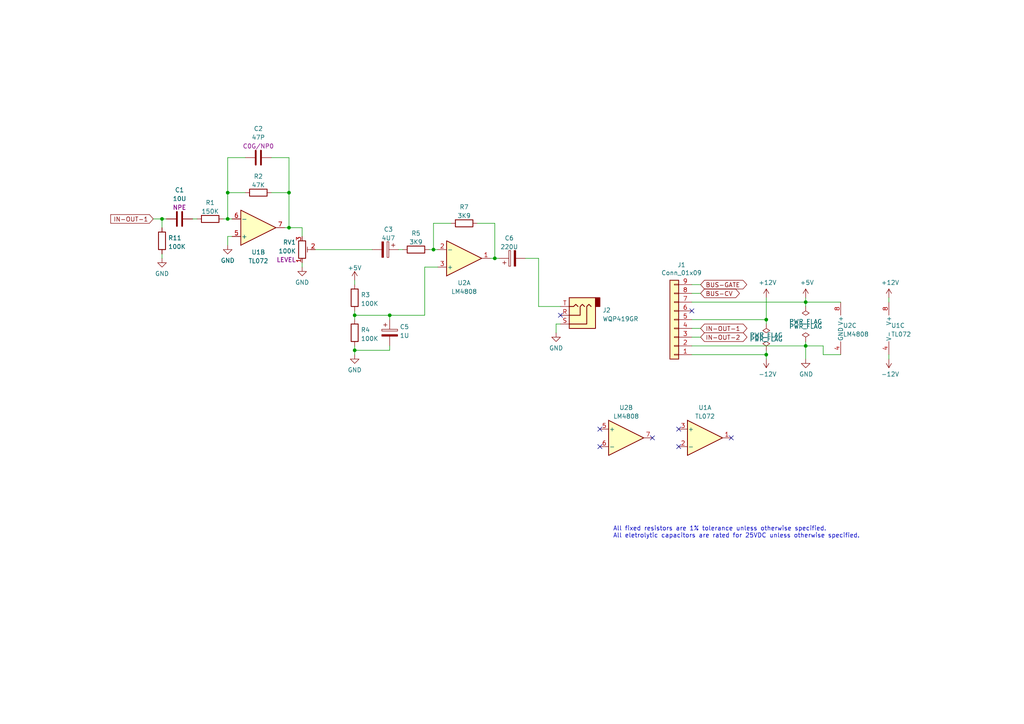
<source format=kicad_sch>
(kicad_sch (version 20211123) (generator eeschema)

  (uuid a1a9a0d8-c6de-418f-9a57-bf7f74b6d401)

  (paper "A4")

  (title_block
    (title "Audiout Prototype - Headphone Output")
    (date "2022-03-16")
    (rev "1.0")
    (company "Len Popp")
    (comment 1 "Copyright © 2022 Len Popp CC BY")
    (comment 2 "Circuit design for my custom Eurorack breadboard prototyping module")
    (comment 3 "Prototype of audio output module")
  )

  (lib_symbols
    (symbol "-lmp-opamp:TL072" (pin_names (offset 0.127)) (in_bom yes) (on_board yes)
      (property "Reference" "U" (id 0) (at 0 5.08 0)
        (effects (font (size 1.27 1.27)) (justify left))
      )
      (property "Value" "TL072" (id 1) (at 0 -5.08 0)
        (effects (font (size 1.27 1.27)) (justify left))
      )
      (property "Footprint" "Package_DIP:DIP-8_W7.62mm" (id 2) (at 0 0 0)
        (effects (font (size 1.27 1.27)) hide)
      )
      (property "Datasheet" "https://www.ti.com/lit/ds/symlink/tl072b.pdf?ts=1628812694194" (id 3) (at 0 0 0)
        (effects (font (size 1.27 1.27)) hide)
      )
      (property "Manufacturer" "Texas Instruments" (id 4) (at 0 0 0)
        (effects (font (size 1.27 1.27)) hide)
      )
      (property "ManufacturerPartNum" "TL072BCP" (id 5) (at 0 0 0)
        (effects (font (size 1.27 1.27)) hide)
      )
      (property "Distributor" "Mouser" (id 6) (at 0 0 0)
        (effects (font (size 1.27 1.27)) hide)
      )
      (property "DistributorPartNum" "595-TL072BCP" (id 7) (at 0 0 0)
        (effects (font (size 1.27 1.27)) hide)
      )
      (property "DistributorPartLink" "https://www.mouser.ca/ProductDetail/Texas-Instruments/TL072BCP?qs=p6YqzpSxLIxmo8AyZLsP4g%3D%3D" (id 8) (at 0 0 0)
        (effects (font (size 1.27 1.27)) hide)
      )
      (property "ki_locked" "" (id 9) (at 0 0 0)
        (effects (font (size 1.27 1.27)))
      )
      (property "ki_keywords" "quad opamp" (id 10) (at 0 0 0)
        (effects (font (size 1.27 1.27)) hide)
      )
      (property "ki_description" "Dual Low-Noise JFET-Input Operational Amplifiers, DIP-8/SOIC-8" (id 11) (at 0 0 0)
        (effects (font (size 1.27 1.27)) hide)
      )
      (property "ki_fp_filters" "SOIC*3.9x4.9mm*P1.27mm* DIP*W7.62mm* TO*99* OnSemi*Micro8* TSSOP*3x3mm*P0.65mm* TSSOP*4.4x3mm*P0.65mm* MSOP*3x3mm*P0.65mm* SSOP*3.9x4.9mm*P0.635mm* LFCSP*2x2mm*P0.5mm* *SIP* SOIC*5.3x6.2mm*P1.27mm*" (id 12) (at 0 0 0)
        (effects (font (size 1.27 1.27)) hide)
      )
      (symbol "TL072_1_1"
        (polyline
          (pts
            (xy -5.08 5.08)
            (xy 5.08 0)
            (xy -5.08 -5.08)
            (xy -5.08 5.08)
          )
          (stroke (width 0.254) (type default) (color 0 0 0 0))
          (fill (type background))
        )
        (pin output line (at 7.62 0 180) (length 2.54)
          (name "~" (effects (font (size 1.27 1.27))))
          (number "1" (effects (font (size 1.27 1.27))))
        )
        (pin input line (at -7.62 -2.54 0) (length 2.54)
          (name "-" (effects (font (size 1.27 1.27))))
          (number "2" (effects (font (size 1.27 1.27))))
        )
        (pin input line (at -7.62 2.54 0) (length 2.54)
          (name "+" (effects (font (size 1.27 1.27))))
          (number "3" (effects (font (size 1.27 1.27))))
        )
      )
      (symbol "TL072_2_1"
        (polyline
          (pts
            (xy -5.08 5.08)
            (xy 5.08 0)
            (xy -5.08 -5.08)
            (xy -5.08 5.08)
          )
          (stroke (width 0.254) (type default) (color 0 0 0 0))
          (fill (type background))
        )
        (pin input line (at -7.62 2.54 0) (length 2.54)
          (name "+" (effects (font (size 1.27 1.27))))
          (number "5" (effects (font (size 1.27 1.27))))
        )
        (pin input line (at -7.62 -2.54 0) (length 2.54)
          (name "-" (effects (font (size 1.27 1.27))))
          (number "6" (effects (font (size 1.27 1.27))))
        )
        (pin output line (at 7.62 0 180) (length 2.54)
          (name "~" (effects (font (size 1.27 1.27))))
          (number "7" (effects (font (size 1.27 1.27))))
        )
      )
      (symbol "TL072_3_1"
        (pin power_in line (at -2.54 -7.62 90) (length 3.81)
          (name "V-" (effects (font (size 1.27 1.27))))
          (number "4" (effects (font (size 1.27 1.27))))
        )
        (pin power_in line (at -2.54 7.62 270) (length 3.81)
          (name "V+" (effects (font (size 1.27 1.27))))
          (number "8" (effects (font (size 1.27 1.27))))
        )
      )
    )
    (symbol "-lmp-power:+12V" (power) (pin_names (offset 0)) (in_bom yes) (on_board yes)
      (property "Reference" "#PWR" (id 0) (at 0 -3.81 0)
        (effects (font (size 1.27 1.27)) hide)
      )
      (property "Value" "+12V" (id 1) (at 0 3.556 0)
        (effects (font (size 1.27 1.27)))
      )
      (property "Footprint" "" (id 2) (at 0 0 0)
        (effects (font (size 1.27 1.27)) hide)
      )
      (property "Datasheet" "" (id 3) (at 0 0 0)
        (effects (font (size 1.27 1.27)) hide)
      )
      (property "ki_keywords" "power-flag" (id 4) (at 0 0 0)
        (effects (font (size 1.27 1.27)) hide)
      )
      (property "ki_description" "Power symbol creates a global label with name \"+12V\"" (id 5) (at 0 0 0)
        (effects (font (size 1.27 1.27)) hide)
      )
      (symbol "+12V_0_1"
        (polyline
          (pts
            (xy -0.762 1.27)
            (xy 0 2.54)
          )
          (stroke (width 0) (type default) (color 0 0 0 0))
          (fill (type none))
        )
        (polyline
          (pts
            (xy 0 0)
            (xy 0 2.54)
          )
          (stroke (width 0) (type default) (color 0 0 0 0))
          (fill (type none))
        )
        (polyline
          (pts
            (xy 0 2.54)
            (xy 0.762 1.27)
          )
          (stroke (width 0) (type default) (color 0 0 0 0))
          (fill (type none))
        )
      )
      (symbol "+12V_1_1"
        (pin power_in line (at 0 0 90) (length 0) hide
          (name "+12V" (effects (font (size 1.27 1.27))))
          (number "1" (effects (font (size 1.27 1.27))))
        )
      )
    )
    (symbol "-lmp-power:+5V" (power) (pin_names (offset 0)) (in_bom yes) (on_board yes)
      (property "Reference" "#PWR" (id 0) (at 0 -3.81 0)
        (effects (font (size 1.27 1.27)) hide)
      )
      (property "Value" "+5V" (id 1) (at 0 3.556 0)
        (effects (font (size 1.27 1.27)))
      )
      (property "Footprint" "" (id 2) (at 0 0 0)
        (effects (font (size 1.27 1.27)) hide)
      )
      (property "Datasheet" "" (id 3) (at 0 0 0)
        (effects (font (size 1.27 1.27)) hide)
      )
      (property "ki_keywords" "power-flag" (id 4) (at 0 0 0)
        (effects (font (size 1.27 1.27)) hide)
      )
      (property "ki_description" "Power symbol creates a global label with name \"+5V\"" (id 5) (at 0 0 0)
        (effects (font (size 1.27 1.27)) hide)
      )
      (symbol "+5V_0_1"
        (polyline
          (pts
            (xy -0.762 1.27)
            (xy 0 2.54)
          )
          (stroke (width 0) (type default) (color 0 0 0 0))
          (fill (type none))
        )
        (polyline
          (pts
            (xy 0 0)
            (xy 0 2.54)
          )
          (stroke (width 0) (type default) (color 0 0 0 0))
          (fill (type none))
        )
        (polyline
          (pts
            (xy 0 2.54)
            (xy 0.762 1.27)
          )
          (stroke (width 0) (type default) (color 0 0 0 0))
          (fill (type none))
        )
      )
      (symbol "+5V_1_1"
        (pin power_in line (at 0 0 90) (length 0) hide
          (name "+5V" (effects (font (size 1.27 1.27))))
          (number "1" (effects (font (size 1.27 1.27))))
        )
      )
    )
    (symbol "-lmp-power:-12V" (power) (pin_names (offset 0)) (in_bom yes) (on_board yes)
      (property "Reference" "#PWR" (id 0) (at 0 3.81 0)
        (effects (font (size 1.27 1.27)) hide)
      )
      (property "Value" "-12V" (id 1) (at 0 -3.556 0)
        (effects (font (size 1.27 1.27)))
      )
      (property "Footprint" "" (id 2) (at 0 0 0)
        (effects (font (size 1.27 1.27)) hide)
      )
      (property "Datasheet" "" (id 3) (at 0 0 0)
        (effects (font (size 1.27 1.27)) hide)
      )
      (property "ki_keywords" "power-flag" (id 4) (at 0 0 0)
        (effects (font (size 1.27 1.27)) hide)
      )
      (property "ki_description" "Power symbol creates a global label with name \"-12V\"" (id 5) (at 0 0 0)
        (effects (font (size 1.27 1.27)) hide)
      )
      (symbol "-12V_0_1"
        (polyline
          (pts
            (xy -0.762 -1.27)
            (xy 0 -2.54)
          )
          (stroke (width 0) (type default) (color 0 0 0 0))
          (fill (type none))
        )
        (polyline
          (pts
            (xy 0 -2.54)
            (xy 0.762 -1.27)
          )
          (stroke (width 0) (type default) (color 0 0 0 0))
          (fill (type none))
        )
        (polyline
          (pts
            (xy 0 0)
            (xy 0 -2.54)
          )
          (stroke (width 0) (type default) (color 0 0 0 0))
          (fill (type none))
        )
      )
      (symbol "-12V_1_1"
        (pin power_in line (at 0 0 270) (length 0) hide
          (name "-12V" (effects (font (size 1.27 1.27))))
          (number "1" (effects (font (size 1.27 1.27))))
        )
      )
    )
    (symbol "-lmp-power:GND" (power) (pin_names (offset 0)) (in_bom yes) (on_board yes)
      (property "Reference" "#PWR" (id 0) (at 0 -6.35 0)
        (effects (font (size 1.27 1.27)) hide)
      )
      (property "Value" "GND" (id 1) (at 0 -3.81 0)
        (effects (font (size 1.27 1.27)))
      )
      (property "Footprint" "" (id 2) (at 0 0 0)
        (effects (font (size 1.27 1.27)) hide)
      )
      (property "Datasheet" "" (id 3) (at 0 0 0)
        (effects (font (size 1.27 1.27)) hide)
      )
      (property "ki_keywords" "power-flag" (id 4) (at 0 0 0)
        (effects (font (size 1.27 1.27)) hide)
      )
      (property "ki_description" "Power symbol creates a global label with name \"GND\" , ground" (id 5) (at 0 0 0)
        (effects (font (size 1.27 1.27)) hide)
      )
      (symbol "GND_0_1"
        (polyline
          (pts
            (xy 0 0)
            (xy 0 -1.27)
            (xy 1.27 -1.27)
            (xy 0 -2.54)
            (xy -1.27 -1.27)
            (xy 0 -1.27)
          )
          (stroke (width 0) (type default) (color 0 0 0 0))
          (fill (type none))
        )
      )
      (symbol "GND_1_1"
        (pin power_in line (at 0 0 270) (length 0) hide
          (name "GND" (effects (font (size 1.27 1.27))))
          (number "1" (effects (font (size 1.27 1.27))))
        )
      )
    )
    (symbol "-lmp-power:PWR_FLAG" (power) (pin_numbers hide) (pin_names (offset 0) hide) (in_bom yes) (on_board yes)
      (property "Reference" "#FLG" (id 0) (at 0 1.905 0)
        (effects (font (size 1.27 1.27)) hide)
      )
      (property "Value" "PWR_FLAG" (id 1) (at 0 3.81 0)
        (effects (font (size 1.27 1.27)))
      )
      (property "Footprint" "" (id 2) (at 0 0 0)
        (effects (font (size 1.27 1.27)) hide)
      )
      (property "Datasheet" "~" (id 3) (at 0 0 0)
        (effects (font (size 1.27 1.27)) hide)
      )
      (property "ki_keywords" "power-flag" (id 4) (at 0 0 0)
        (effects (font (size 1.27 1.27)) hide)
      )
      (property "ki_description" "Special symbol for telling ERC where power comes from" (id 5) (at 0 0 0)
        (effects (font (size 1.27 1.27)) hide)
      )
      (symbol "PWR_FLAG_0_0"
        (pin power_out line (at 0 0 90) (length 0)
          (name "pwr" (effects (font (size 1.27 1.27))))
          (number "1" (effects (font (size 1.27 1.27))))
        )
      )
      (symbol "PWR_FLAG_0_1"
        (polyline
          (pts
            (xy 0 0)
            (xy 0 1.27)
            (xy -1.016 1.905)
            (xy 0 2.54)
            (xy 1.016 1.905)
            (xy 0 1.27)
          )
          (stroke (width 0) (type default) (color 0 0 0 0))
          (fill (type none))
        )
      )
    )
    (symbol "-lmp-synth:CNP_10U" (pin_numbers hide) (pin_names (offset 0.254)) (in_bom yes) (on_board yes)
      (property "Reference" "C" (id 0) (at 0.635 2.54 0)
        (effects (font (size 1.27 1.27)) (justify left))
      )
      (property "Value" "CNP_10U" (id 1) (at 0.635 -2.54 0)
        (effects (font (size 1.27 1.27)) (justify left))
      )
      (property "Footprint" "-lmp-misc:C_Radial_D5.0mm_H5.0mm_P2.50mm" (id 2) (at 0.9652 -3.81 0)
        (effects (font (size 1.27 1.27)) hide)
      )
      (property "Datasheet" "https://www.mouser.ca/datasheet/2/315/ABA0000C1053-947510.pdf" (id 3) (at 0 0 0)
        (effects (font (size 1.27 1.27)) hide)
      )
      (property "Value2" "NPE" (id 4) (at 0 0 0)
        (effects (font (size 1.27 1.27)))
      )
      (property "Manufacturer" "Panasonic" (id 5) (at 0 0 0)
        (effects (font (size 1.27 1.27)) hide)
      )
      (property "ManufacturerPartNum" "ECE-A1EN100UI" (id 6) (at 0 0 0)
        (effects (font (size 1.27 1.27)) hide)
      )
      (property "Distributor" "Mouser" (id 7) (at 0 0 0)
        (effects (font (size 1.27 1.27)) hide)
      )
      (property "DistributorPartNum" "667-ECE-A1EN100UI" (id 8) (at 0 0 0)
        (effects (font (size 1.27 1.27)) hide)
      )
      (property "DistributorPartLink" "https://www.mouser.ca/ProductDetail/Panasonic/ECE-A1EN100UI?qs=0h1gzos03f36mGOUyzNXaA%3D%3D" (id 9) (at 0 0 0)
        (effects (font (size 1.27 1.27)) hide)
      )
      (property "ki_keywords" "cap capacitor non-polarized electrolytic" (id 10) (at 0 0 0)
        (effects (font (size 1.27 1.27)) hide)
      )
      (property "ki_description" "Capacitor - Non-polarized Electrolytic" (id 11) (at 0 0 0)
        (effects (font (size 1.27 1.27)) hide)
      )
      (property "ki_fp_filters" "C_*" (id 12) (at 0 0 0)
        (effects (font (size 1.27 1.27)) hide)
      )
      (symbol "CNP_10U_0_1"
        (polyline
          (pts
            (xy -2.032 -0.762)
            (xy 2.032 -0.762)
          )
          (stroke (width 0.508) (type default) (color 0 0 0 0))
          (fill (type none))
        )
        (polyline
          (pts
            (xy -2.032 0.762)
            (xy 2.032 0.762)
          )
          (stroke (width 0.508) (type default) (color 0 0 0 0))
          (fill (type none))
        )
      )
      (symbol "CNP_10U_1_1"
        (pin passive line (at 0 3.81 270) (length 2.794)
          (name "~" (effects (font (size 1.27 1.27))))
          (number "1" (effects (font (size 1.27 1.27))))
        )
        (pin passive line (at 0 -3.81 90) (length 2.794)
          (name "~" (effects (font (size 1.27 1.27))))
          (number "2" (effects (font (size 1.27 1.27))))
        )
      )
    )
    (symbol "-lmp-synth:Jack_WQP419GR" (in_bom yes) (on_board yes)
      (property "Reference" "J" (id 0) (at 0 10.668 0)
        (effects (font (size 1.27 1.27)))
      )
      (property "Value" "Jack_WQP419GR" (id 1) (at 0 8.382 0)
        (effects (font (size 1.27 1.27)))
      )
      (property "Footprint" "-lmp-synth:Jack_3.5mm_QingPu_WQP-PJ366ST_Vertical" (id 2) (at 0 0 0)
        (effects (font (size 1.27 1.27)) hide)
      )
      (property "Datasheet" "http://www.qingpu-electronics.com/en/products/WQP-PJ366ST-364.html" (id 3) (at 0 0 0)
        (effects (font (size 1.27 1.27)) hide)
      )
      (property "Label" "[label]" (id 4) (at 0 5.969 0)
        (effects (font (size 1.27 1.27)))
      )
      (property "Manufacturer" "QingPu / Thonk" (id 5) (at 0 0 0)
        (effects (font (size 1.27 1.27)) hide)
      )
      (property "ManufacturerPartNum" "PJ366ST / WQP419GR" (id 6) (at 0 0 0)
        (effects (font (size 1.27 1.27)) hide)
      )
      (property "Distributor" "Thonk" (id 7) (at 0 0 0)
        (effects (font (size 1.27 1.27)) hide)
      )
      (property "DistributorPartNum" "PJ366ST" (id 8) (at 0 0 0)
        (effects (font (size 1.27 1.27)) hide)
      )
      (property "DistributorPartLink" "https://www.thonk.co.uk/shop/thonkiconn/" (id 9) (at 0 0 0)
        (effects (font (size 1.27 1.27)) hide)
      )
      (property "ki_keywords" "audio jack receptacle stereo headphones phones TRS connector QingPu Thonkiconn" (id 10) (at 0 0 0)
        (effects (font (size 1.27 1.27)) hide)
      )
      (property "ki_description" "Audio Jack, 3 Poles (Stereo / TRS), QingPu / Thonkiconn" (id 11) (at 0 0 0)
        (effects (font (size 1.27 1.27)) hide)
      )
      (property "ki_fp_filters" "Jack*" (id 12) (at 0 0 0)
        (effects (font (size 1.27 1.27)) hide)
      )
      (symbol "Jack_WQP419GR_0_1"
        (rectangle (start -5.08 -5.08) (end -6.35 -2.54)
          (stroke (width 0.254) (type default) (color 0 0 0 0))
          (fill (type outline))
        )
        (polyline
          (pts
            (xy 0 -2.54)
            (xy 0.635 -3.175)
            (xy 1.27 -2.54)
            (xy 2.54 -2.54)
          )
          (stroke (width 0.254) (type default) (color 0 0 0 0))
          (fill (type none))
        )
        (polyline
          (pts
            (xy -1.905 -2.54)
            (xy -1.27 -3.175)
            (xy -0.635 -2.54)
            (xy -0.635 0)
            (xy 2.54 0)
          )
          (stroke (width 0.254) (type default) (color 0 0 0 0))
          (fill (type none))
        )
        (polyline
          (pts
            (xy 2.54 2.54)
            (xy -2.54 2.54)
            (xy -2.54 -2.54)
            (xy -3.175 -3.175)
            (xy -3.81 -2.54)
          )
          (stroke (width 0.254) (type default) (color 0 0 0 0))
          (fill (type none))
        )
        (rectangle (start 2.54 3.81) (end -5.08 -5.08)
          (stroke (width 0.254) (type default) (color 0 0 0 0))
          (fill (type background))
        )
      )
      (symbol "Jack_WQP419GR_1_1"
        (pin passive line (at 5.08 0 180) (length 2.54)
          (name "~" (effects (font (size 1.27 1.27))))
          (number "R" (effects (font (size 1.27 1.27))))
        )
        (pin passive line (at 5.08 2.54 180) (length 2.54)
          (name "~" (effects (font (size 1.27 1.27))))
          (number "S" (effects (font (size 1.27 1.27))))
        )
        (pin passive line (at 5.08 -2.54 180) (length 2.54)
          (name "~" (effects (font (size 1.27 1.27))))
          (number "T" (effects (font (size 1.27 1.27))))
        )
      )
    )
    (symbol "-lmp-synth:LM4808" (pin_names (offset 0.127)) (in_bom yes) (on_board yes)
      (property "Reference" "U" (id 0) (at 0 5.08 0)
        (effects (font (size 1.27 1.27)) (justify left))
      )
      (property "Value" "LM4808" (id 1) (at 0 -5.08 0)
        (effects (font (size 1.27 1.27)) (justify left))
      )
      (property "Footprint" "-lmp-misc:SOIC-8_5.275x5.275mm_P1.27mm" (id 2) (at 0 0 0)
        (effects (font (size 1.27 1.27)) hide)
      )
      (property "Datasheet" "https://www.ti.com/lit/ds/symlink/lm4808.pdf" (id 3) (at 0 0 0)
        (effects (font (size 1.27 1.27)) hide)
      )
      (property "ki_locked" "" (id 4) (at 0 0 0)
        (effects (font (size 1.27 1.27)))
      )
      (property "ki_keywords" "dual audio amplifier" (id 5) (at 0 0 0)
        (effects (font (size 1.27 1.27)) hide)
      )
      (property "ki_description" "Dual Audio Amplifiers" (id 6) (at 0 0 0)
        (effects (font (size 1.27 1.27)) hide)
      )
      (property "ki_fp_filters" "SOIC-8_* VSSOP-8_*" (id 7) (at 0 0 0)
        (effects (font (size 1.27 1.27)) hide)
      )
      (symbol "LM4808_1_1"
        (polyline
          (pts
            (xy -5.08 5.08)
            (xy 5.08 0)
            (xy -5.08 -5.08)
            (xy -5.08 5.08)
          )
          (stroke (width 0.254) (type default) (color 0 0 0 0))
          (fill (type background))
        )
        (pin output line (at 7.62 0 180) (length 2.54)
          (name "~" (effects (font (size 1.27 1.27))))
          (number "1" (effects (font (size 1.27 1.27))))
        )
        (pin input line (at -7.62 -2.54 0) (length 2.54)
          (name "-" (effects (font (size 1.27 1.27))))
          (number "2" (effects (font (size 1.27 1.27))))
        )
        (pin input line (at -7.62 2.54 0) (length 2.54)
          (name "+" (effects (font (size 1.27 1.27))))
          (number "3" (effects (font (size 1.27 1.27))))
        )
      )
      (symbol "LM4808_2_1"
        (polyline
          (pts
            (xy -5.08 5.08)
            (xy 5.08 0)
            (xy -5.08 -5.08)
            (xy -5.08 5.08)
          )
          (stroke (width 0.254) (type default) (color 0 0 0 0))
          (fill (type background))
        )
        (pin input line (at -7.62 2.54 0) (length 2.54)
          (name "+" (effects (font (size 1.27 1.27))))
          (number "5" (effects (font (size 1.27 1.27))))
        )
        (pin input line (at -7.62 -2.54 0) (length 2.54)
          (name "-" (effects (font (size 1.27 1.27))))
          (number "6" (effects (font (size 1.27 1.27))))
        )
        (pin output line (at 7.62 0 180) (length 2.54)
          (name "~" (effects (font (size 1.27 1.27))))
          (number "7" (effects (font (size 1.27 1.27))))
        )
      )
      (symbol "LM4808_3_1"
        (pin power_in line (at -2.54 -7.62 90) (length 3.81)
          (name "GND" (effects (font (size 1.27 1.27))))
          (number "4" (effects (font (size 1.27 1.27))))
        )
        (pin power_in line (at -2.54 7.62 270) (length 3.81)
          (name "V+" (effects (font (size 1.27 1.27))))
          (number "8" (effects (font (size 1.27 1.27))))
        )
      )
    )
    (symbol "-lmp:CC" (pin_numbers hide) (pin_names (offset 0.254)) (in_bom yes) (on_board yes)
      (property "Reference" "C" (id 0) (at 0.635 2.54 0)
        (effects (font (size 1.27 1.27)) (justify left))
      )
      (property "Value" "CC" (id 1) (at 0.635 -2.54 0)
        (effects (font (size 1.27 1.27)) (justify left))
      )
      (property "Footprint" "" (id 2) (at 0.9652 -3.81 0)
        (effects (font (size 1.27 1.27)) hide)
      )
      (property "Datasheet" "~" (id 3) (at 0 0 0)
        (effects (font (size 1.27 1.27)) hide)
      )
      (property "ki_keywords" "cap capacitor ceramic" (id 4) (at 0 0 0)
        (effects (font (size 1.27 1.27)) hide)
      )
      (property "ki_description" "Capacitor - Ceramic" (id 5) (at 0 0 0)
        (effects (font (size 1.27 1.27)) hide)
      )
      (property "ki_fp_filters" "C_*" (id 6) (at 0 0 0)
        (effects (font (size 1.27 1.27)) hide)
      )
      (symbol "CC_0_1"
        (polyline
          (pts
            (xy -2.032 -0.762)
            (xy 2.032 -0.762)
          )
          (stroke (width 0.508) (type default) (color 0 0 0 0))
          (fill (type none))
        )
        (polyline
          (pts
            (xy -2.032 0.762)
            (xy 2.032 0.762)
          )
          (stroke (width 0.508) (type default) (color 0 0 0 0))
          (fill (type none))
        )
      )
      (symbol "CC_1_1"
        (pin passive line (at 0 3.81 270) (length 2.794)
          (name "~" (effects (font (size 1.27 1.27))))
          (number "1" (effects (font (size 1.27 1.27))))
        )
        (pin passive line (at 0 -3.81 90) (length 2.794)
          (name "~" (effects (font (size 1.27 1.27))))
          (number "2" (effects (font (size 1.27 1.27))))
        )
      )
    )
    (symbol "-lmp:CP" (pin_numbers hide) (pin_names (offset 0.254)) (in_bom yes) (on_board yes)
      (property "Reference" "C" (id 0) (at 0.635 2.54 0)
        (effects (font (size 1.27 1.27)) (justify left))
      )
      (property "Value" "CP" (id 1) (at 0.635 -2.54 0)
        (effects (font (size 1.27 1.27)) (justify left))
      )
      (property "Footprint" "" (id 2) (at 0.9652 -3.81 0)
        (effects (font (size 1.27 1.27)) hide)
      )
      (property "Datasheet" "~" (id 3) (at 0 0 0)
        (effects (font (size 1.27 1.27)) hide)
      )
      (property "ki_keywords" "cap capacitor electrolytic" (id 4) (at 0 0 0)
        (effects (font (size 1.27 1.27)) hide)
      )
      (property "ki_description" "Capacitor - Electrolytic" (id 5) (at 0 0 0)
        (effects (font (size 1.27 1.27)) hide)
      )
      (property "ki_fp_filters" "CP_*" (id 6) (at 0 0 0)
        (effects (font (size 1.27 1.27)) hide)
      )
      (symbol "CP_0_1"
        (rectangle (start -2.286 0.508) (end 2.286 1.016)
          (stroke (width 0) (type default) (color 0 0 0 0))
          (fill (type none))
        )
        (polyline
          (pts
            (xy -1.778 2.286)
            (xy -0.762 2.286)
          )
          (stroke (width 0) (type default) (color 0 0 0 0))
          (fill (type none))
        )
        (polyline
          (pts
            (xy -1.27 2.794)
            (xy -1.27 1.778)
          )
          (stroke (width 0) (type default) (color 0 0 0 0))
          (fill (type none))
        )
        (rectangle (start 2.286 -0.508) (end -2.286 -1.016)
          (stroke (width 0) (type default) (color 0 0 0 0))
          (fill (type outline))
        )
      )
      (symbol "CP_1_1"
        (pin passive line (at 0 3.81 270) (length 2.794)
          (name "~" (effects (font (size 1.27 1.27))))
          (number "1" (effects (font (size 1.27 1.27))))
        )
        (pin passive line (at 0 -3.81 90) (length 2.794)
          (name "~" (effects (font (size 1.27 1.27))))
          (number "2" (effects (font (size 1.27 1.27))))
        )
      )
    )
    (symbol "-lmp:R_1%_0W166" (pin_numbers hide) (pin_names (offset 0)) (in_bom yes) (on_board yes)
      (property "Reference" "R" (id 0) (at -2.286 0 90)
        (effects (font (size 1.27 1.27)))
      )
      (property "Value" "R_1%_0W166" (id 1) (at 2.413 0 90)
        (effects (font (size 1.27 1.27)))
      )
      (property "Footprint" "-lmp-misc:R_Axial_DIN0207_L6.3mm_D2.5mm_P7.62mm_Horizontal" (id 2) (at -1.778 0 90)
        (effects (font (size 1.27 1.27)) hide)
      )
      (property "Datasheet" "https://www.mouser.ca/datasheet/2/447/Yageo_LR_MFR_1-1714151.pdf" (id 3) (at 0 0 0)
        (effects (font (size 1.27 1.27)) hide)
      )
      (property "Manufacturer" "YAGEO" (id 4) (at 0 0 0)
        (effects (font (size 1.27 1.27)) hide)
      )
      (property "ManufacturerPartNum" "MFR-12*" (id 5) (at 0 0 0)
        (effects (font (size 1.27 1.27)) hide)
      )
      (property "Distributor" "Mouser" (id 6) (at 0 0 0)
        (effects (font (size 1.27 1.27)) hide)
      )
      (property "DistributorPartNum" "603-MFR-12*" (id 7) (at 0 0 0)
        (effects (font (size 1.27 1.27)) hide)
      )
      (property "DistributorPartLink" "https://www.mouser.ca/c/?m=YAGEO&power+rating=166+mW+(1%2f6+W)&tolerance=1+%25&instock=y" (id 8) (at 0 0 0)
        (effects (font (size 1.27 1.27)) hide)
      )
      (property "Value2" "1%, 1/6 W" (id 9) (at 4.953 0 90)
        (effects (font (size 1.27 1.27)) hide)
      )
      (property "ki_keywords" "R res resistor" (id 10) (at 0 0 0)
        (effects (font (size 1.27 1.27)) hide)
      )
      (property "ki_description" "Resistor" (id 11) (at 0 0 0)
        (effects (font (size 1.27 1.27)) hide)
      )
      (property "ki_fp_filters" "R_*" (id 12) (at 0 0 0)
        (effects (font (size 1.27 1.27)) hide)
      )
      (symbol "R_1%_0W166_0_1"
        (rectangle (start -1.016 -2.54) (end 1.016 2.54)
          (stroke (width 0.254) (type default) (color 0 0 0 0))
          (fill (type none))
        )
      )
      (symbol "R_1%_0W166_1_1"
        (pin passive line (at 0 3.81 270) (length 1.27)
          (name "~" (effects (font (size 1.27 1.27))))
          (number "1" (effects (font (size 1.27 1.27))))
        )
        (pin passive line (at 0 -3.81 90) (length 1.27)
          (name "~" (effects (font (size 1.27 1.27))))
          (number "2" (effects (font (size 1.27 1.27))))
        )
      )
    )
    (symbol "-lmp:R_POT_TRIM" (pin_names (offset 1.016) hide) (in_bom yes) (on_board yes)
      (property "Reference" "RV" (id 0) (at -6.858 0 90)
        (effects (font (size 1.27 1.27)))
      )
      (property "Value" "R_POT_TRIM" (id 1) (at -4.953 0 90)
        (effects (font (size 1.27 1.27)))
      )
      (property "Footprint" "-lmp-misc:Potentiometer_Bourns_3386P_Top" (id 2) (at 0 0 0)
        (effects (font (size 1.27 1.27)) hide)
      )
      (property "Datasheet" "https://www.mouser.ca/datasheet/2/54/3386-776606.pdf" (id 3) (at 0 0 0)
        (effects (font (size 1.27 1.27)) hide)
      )
      (property "Label" "[label]" (id 4) (at -2.921 0 90)
        (effects (font (size 1.27 1.27)))
      )
      (property "Manufacturer" "Bourns" (id 5) (at 0 0 0)
        (effects (font (size 1.27 1.27)) hide)
      )
      (property "ManufacturerPartNum" "3386*" (id 6) (at 0 0 0)
        (effects (font (size 1.27 1.27)) hide)
      )
      (property "Distributor" "Mouser" (id 7) (at 0 0 0)
        (effects (font (size 1.27 1.27)) hide)
      )
      (property "DistributorPartNum" "652-3386*" (id 8) (at 0 0 0)
        (effects (font (size 1.27 1.27)) hide)
      )
      (property "DistributorPartLink" "https://www.mouser.ca/c/passive-components/resistors/variable-resistors/trimmer-resistors-through-hole/?number+of+turns=1&series=3386&instock=y" (id 9) (at 0 0 0)
        (effects (font (size 1.27 1.27)) hide)
      )
      (property "ki_keywords" "resistor variable trimpot trimmer" (id 10) (at 0 0 0)
        (effects (font (size 1.27 1.27)) hide)
      )
      (property "ki_description" "Trim-potentiometer" (id 11) (at 0 0 0)
        (effects (font (size 1.27 1.27)) hide)
      )
      (property "ki_fp_filters" "Potentiometer*" (id 12) (at 0 0 0)
        (effects (font (size 1.27 1.27)) hide)
      )
      (symbol "R_POT_TRIM_0_1"
        (polyline
          (pts
            (xy 1.524 0.762)
            (xy 1.524 -0.762)
          )
          (stroke (width 0) (type default) (color 0 0 0 0))
          (fill (type none))
        )
        (polyline
          (pts
            (xy 2.54 0)
            (xy 1.524 0)
          )
          (stroke (width 0) (type default) (color 0 0 0 0))
          (fill (type none))
        )
        (rectangle (start 1.016 2.54) (end -1.016 -2.54)
          (stroke (width 0.254) (type default) (color 0 0 0 0))
          (fill (type none))
        )
      )
      (symbol "R_POT_TRIM_1_1"
        (pin passive line (at 0 3.81 270) (length 1.27)
          (name "1" (effects (font (size 1.27 1.27))))
          (number "1" (effects (font (size 1.27 1.27))))
        )
        (pin passive line (at 3.81 0 180) (length 1.27)
          (name "2" (effects (font (size 1.27 1.27))))
          (number "2" (effects (font (size 1.27 1.27))))
        )
        (pin passive line (at 0 -3.81 90) (length 1.27)
          (name "3" (effects (font (size 1.27 1.27))))
          (number "3" (effects (font (size 1.27 1.27))))
        )
      )
    )
    (symbol "Connector_Generic:Conn_01x09" (pin_names (offset 1.016) hide) (in_bom yes) (on_board yes)
      (property "Reference" "J" (id 0) (at 0 12.7 0)
        (effects (font (size 1.27 1.27)))
      )
      (property "Value" "Conn_01x09" (id 1) (at 0 -12.7 0)
        (effects (font (size 1.27 1.27)))
      )
      (property "Footprint" "" (id 2) (at 0 0 0)
        (effects (font (size 1.27 1.27)) hide)
      )
      (property "Datasheet" "~" (id 3) (at 0 0 0)
        (effects (font (size 1.27 1.27)) hide)
      )
      (property "ki_keywords" "connector" (id 4) (at 0 0 0)
        (effects (font (size 1.27 1.27)) hide)
      )
      (property "ki_description" "Generic connector, single row, 01x09, script generated (kicad-library-utils/schlib/autogen/connector/)" (id 5) (at 0 0 0)
        (effects (font (size 1.27 1.27)) hide)
      )
      (property "ki_fp_filters" "Connector*:*_1x??_*" (id 6) (at 0 0 0)
        (effects (font (size 1.27 1.27)) hide)
      )
      (symbol "Conn_01x09_1_1"
        (rectangle (start -1.27 -10.033) (end 0 -10.287)
          (stroke (width 0.1524) (type default) (color 0 0 0 0))
          (fill (type none))
        )
        (rectangle (start -1.27 -7.493) (end 0 -7.747)
          (stroke (width 0.1524) (type default) (color 0 0 0 0))
          (fill (type none))
        )
        (rectangle (start -1.27 -4.953) (end 0 -5.207)
          (stroke (width 0.1524) (type default) (color 0 0 0 0))
          (fill (type none))
        )
        (rectangle (start -1.27 -2.413) (end 0 -2.667)
          (stroke (width 0.1524) (type default) (color 0 0 0 0))
          (fill (type none))
        )
        (rectangle (start -1.27 0.127) (end 0 -0.127)
          (stroke (width 0.1524) (type default) (color 0 0 0 0))
          (fill (type none))
        )
        (rectangle (start -1.27 2.667) (end 0 2.413)
          (stroke (width 0.1524) (type default) (color 0 0 0 0))
          (fill (type none))
        )
        (rectangle (start -1.27 5.207) (end 0 4.953)
          (stroke (width 0.1524) (type default) (color 0 0 0 0))
          (fill (type none))
        )
        (rectangle (start -1.27 7.747) (end 0 7.493)
          (stroke (width 0.1524) (type default) (color 0 0 0 0))
          (fill (type none))
        )
        (rectangle (start -1.27 10.287) (end 0 10.033)
          (stroke (width 0.1524) (type default) (color 0 0 0 0))
          (fill (type none))
        )
        (rectangle (start -1.27 11.43) (end 1.27 -11.43)
          (stroke (width 0.254) (type default) (color 0 0 0 0))
          (fill (type background))
        )
        (pin passive line (at -5.08 10.16 0) (length 3.81)
          (name "Pin_1" (effects (font (size 1.27 1.27))))
          (number "1" (effects (font (size 1.27 1.27))))
        )
        (pin passive line (at -5.08 7.62 0) (length 3.81)
          (name "Pin_2" (effects (font (size 1.27 1.27))))
          (number "2" (effects (font (size 1.27 1.27))))
        )
        (pin passive line (at -5.08 5.08 0) (length 3.81)
          (name "Pin_3" (effects (font (size 1.27 1.27))))
          (number "3" (effects (font (size 1.27 1.27))))
        )
        (pin passive line (at -5.08 2.54 0) (length 3.81)
          (name "Pin_4" (effects (font (size 1.27 1.27))))
          (number "4" (effects (font (size 1.27 1.27))))
        )
        (pin passive line (at -5.08 0 0) (length 3.81)
          (name "Pin_5" (effects (font (size 1.27 1.27))))
          (number "5" (effects (font (size 1.27 1.27))))
        )
        (pin passive line (at -5.08 -2.54 0) (length 3.81)
          (name "Pin_6" (effects (font (size 1.27 1.27))))
          (number "6" (effects (font (size 1.27 1.27))))
        )
        (pin passive line (at -5.08 -5.08 0) (length 3.81)
          (name "Pin_7" (effects (font (size 1.27 1.27))))
          (number "7" (effects (font (size 1.27 1.27))))
        )
        (pin passive line (at -5.08 -7.62 0) (length 3.81)
          (name "Pin_8" (effects (font (size 1.27 1.27))))
          (number "8" (effects (font (size 1.27 1.27))))
        )
        (pin passive line (at -5.08 -10.16 0) (length 3.81)
          (name "Pin_9" (effects (font (size 1.27 1.27))))
          (number "9" (effects (font (size 1.27 1.27))))
        )
      )
    )
  )

  (junction (at 66.04 63.5) (diameter 0) (color 0 0 0 0)
    (uuid 1070dd55-b600-4254-80cf-ba2e0f529d2d)
  )
  (junction (at 222.25 102.87) (diameter 0) (color 0 0 0 0)
    (uuid 22c22de0-30f9-42af-ac14-44974608319c)
  )
  (junction (at 46.99 63.5) (diameter 0) (color 0 0 0 0)
    (uuid 248c5f41-5428-4361-bd1b-6551f35016e2)
  )
  (junction (at 222.25 92.71) (diameter 0) (color 0 0 0 0)
    (uuid 277337c2-8b08-4bed-a885-4a8adba6aa1b)
  )
  (junction (at 233.68 100.33) (diameter 0) (color 0 0 0 0)
    (uuid 2de0f335-3e5d-4176-a9c8-d3718f0aa5a9)
  )
  (junction (at 113.03 91.44) (diameter 0) (color 0 0 0 0)
    (uuid 44eb6234-135b-4511-8793-d26ff866f1a6)
  )
  (junction (at 102.87 91.44) (diameter 0) (color 0 0 0 0)
    (uuid 49e220d2-9ea6-4967-b36d-8f9df88bbafb)
  )
  (junction (at 233.68 87.63) (diameter 0) (color 0 0 0 0)
    (uuid 5802adda-5a62-42e3-8e55-f26224a0ef6f)
  )
  (junction (at 125.73 72.39) (diameter 0) (color 0 0 0 0)
    (uuid 661d985b-d3b6-494e-a8a6-eac7a01c5dc4)
  )
  (junction (at 83.82 55.88) (diameter 0) (color 0 0 0 0)
    (uuid 7b5b1218-cc4e-45ff-8792-a3c583c7a8f3)
  )
  (junction (at 66.04 55.88) (diameter 0) (color 0 0 0 0)
    (uuid 97de4b62-0d75-4458-a737-9fe5bccf2579)
  )
  (junction (at 143.51 74.93) (diameter 0) (color 0 0 0 0)
    (uuid a643d35e-e99e-4460-9858-8d65950a3842)
  )
  (junction (at 83.82 66.04) (diameter 0) (color 0 0 0 0)
    (uuid d44616e4-d482-4f21-8267-518d075c0377)
  )
  (junction (at 102.87 101.6) (diameter 0) (color 0 0 0 0)
    (uuid f9995274-631f-4d7b-8fea-d47ca7287dc2)
  )

  (no_connect (at 189.23 127) (uuid 2cd4200f-d3e2-47d7-9e04-6340e4870ffc))
  (no_connect (at 173.99 129.54) (uuid 2cd4200f-d3e2-47d7-9e04-6340e4870ffc))
  (no_connect (at 173.99 124.46) (uuid 2cd4200f-d3e2-47d7-9e04-6340e4870ffc))
  (no_connect (at 200.66 90.17) (uuid 90a74f5e-7380-4ff0-bb5e-d9d5841f174b))
  (no_connect (at 212.09 127) (uuid 9a7a10f5-09c1-4de5-9724-b704a0820d11))
  (no_connect (at 196.85 129.54) (uuid 9a7a10f5-09c1-4de5-9724-b704a0820d12))
  (no_connect (at 196.85 124.46) (uuid 9a7a10f5-09c1-4de5-9724-b704a0820d13))
  (no_connect (at 162.56 91.44) (uuid e7e10faf-54ab-46bd-a086-b88bca32ddb0))

  (wire (pts (xy 83.82 55.88) (xy 78.74 55.88))
    (stroke (width 0) (type default) (color 0 0 0 0))
    (uuid 07fc7a9e-89ee-4af7-ba83-032f8601acd8)
  )
  (wire (pts (xy 102.87 90.17) (xy 102.87 91.44))
    (stroke (width 0) (type default) (color 0 0 0 0))
    (uuid 12c13ea8-2139-4fe5-ba69-406b77e8074b)
  )
  (wire (pts (xy 127 77.47) (xy 123.19 77.47))
    (stroke (width 0) (type default) (color 0 0 0 0))
    (uuid 1424cf2d-d9ed-43c0-963e-fa02c4aa6d43)
  )
  (wire (pts (xy 200.66 95.25) (xy 203.2 95.25))
    (stroke (width 0) (type default) (color 0 0 0 0))
    (uuid 15f06c58-f54a-4e99-8411-3b02ee2b6d87)
  )
  (wire (pts (xy 82.55 66.04) (xy 83.82 66.04))
    (stroke (width 0) (type default) (color 0 0 0 0))
    (uuid 1df1704f-11ef-4e26-bc71-e06cc263303c)
  )
  (wire (pts (xy 144.78 74.93) (xy 143.51 74.93))
    (stroke (width 0) (type default) (color 0 0 0 0))
    (uuid 1df7c55b-8b85-4567-8b78-993fbaac3ff6)
  )
  (wire (pts (xy 222.25 102.87) (xy 222.25 101.6))
    (stroke (width 0) (type default) (color 0 0 0 0))
    (uuid 27949936-d4de-46b8-a7b5-f27b8704bb91)
  )
  (wire (pts (xy 233.68 87.63) (xy 243.84 87.63))
    (stroke (width 0) (type default) (color 0 0 0 0))
    (uuid 281587eb-81d0-44b0-99d8-1e5d50232816)
  )
  (wire (pts (xy 124.46 72.39) (xy 125.73 72.39))
    (stroke (width 0) (type default) (color 0 0 0 0))
    (uuid 2ad450e8-bdc8-4d36-8c9f-aa9546b3578d)
  )
  (wire (pts (xy 233.68 99.06) (xy 233.68 100.33))
    (stroke (width 0) (type default) (color 0 0 0 0))
    (uuid 2e8b0c18-e4dc-4e55-ae79-2a9f266398d1)
  )
  (wire (pts (xy 113.03 92.71) (xy 113.03 91.44))
    (stroke (width 0) (type default) (color 0 0 0 0))
    (uuid 3003f607-bad4-454f-9f29-328ab9855e36)
  )
  (wire (pts (xy 55.88 63.5) (xy 57.15 63.5))
    (stroke (width 0) (type default) (color 0 0 0 0))
    (uuid 32f3c77f-b92a-49b2-aacf-c8c6901587ed)
  )
  (wire (pts (xy 102.87 101.6) (xy 102.87 102.87))
    (stroke (width 0) (type default) (color 0 0 0 0))
    (uuid 3a14f69d-eed7-408d-ab47-7a665b3f74e2)
  )
  (wire (pts (xy 162.56 93.98) (xy 161.29 93.98))
    (stroke (width 0) (type default) (color 0 0 0 0))
    (uuid 42b72fe8-9e97-479d-ac14-742fcc9ad3b5)
  )
  (wire (pts (xy 162.56 88.9) (xy 156.21 88.9))
    (stroke (width 0) (type default) (color 0 0 0 0))
    (uuid 53d957d8-4b6a-45cf-8300-92f81688fc18)
  )
  (wire (pts (xy 102.87 81.28) (xy 102.87 82.55))
    (stroke (width 0) (type default) (color 0 0 0 0))
    (uuid 57b151cd-d89c-4ab0-a769-6fbf25582c46)
  )
  (wire (pts (xy 203.2 97.79) (xy 200.66 97.79))
    (stroke (width 0) (type default) (color 0 0 0 0))
    (uuid 57d975d4-6607-4de8-909d-121b06b236cd)
  )
  (wire (pts (xy 102.87 91.44) (xy 102.87 92.71))
    (stroke (width 0) (type default) (color 0 0 0 0))
    (uuid 5e47db16-5026-4622-b60f-19e9e8a60caf)
  )
  (wire (pts (xy 83.82 66.04) (xy 83.82 55.88))
    (stroke (width 0) (type default) (color 0 0 0 0))
    (uuid 5eefdd59-bae1-47e9-a4e8-a5dfbc6cb78c)
  )
  (wire (pts (xy 257.81 86.36) (xy 257.81 87.63))
    (stroke (width 0) (type default) (color 0 0 0 0))
    (uuid 612a1402-9494-49b4-b097-59759990ab56)
  )
  (wire (pts (xy 156.21 74.93) (xy 152.4 74.93))
    (stroke (width 0) (type default) (color 0 0 0 0))
    (uuid 63d4b67d-0690-4622-a80a-84de4a017f83)
  )
  (wire (pts (xy 83.82 45.72) (xy 78.74 45.72))
    (stroke (width 0) (type default) (color 0 0 0 0))
    (uuid 67b034c3-7081-4486-bc4a-f5fbd8075f74)
  )
  (wire (pts (xy 233.68 100.33) (xy 200.66 100.33))
    (stroke (width 0) (type default) (color 0 0 0 0))
    (uuid 694a8561-8fe5-4c63-8ec3-a4bf3d5f6f49)
  )
  (wire (pts (xy 142.24 74.93) (xy 143.51 74.93))
    (stroke (width 0) (type default) (color 0 0 0 0))
    (uuid 74c70182-8e25-4707-b9a3-f6b084c32c36)
  )
  (wire (pts (xy 243.84 102.87) (xy 238.76 102.87))
    (stroke (width 0) (type default) (color 0 0 0 0))
    (uuid 764135d5-7ba8-4dc9-ab83-41287c64e5e2)
  )
  (wire (pts (xy 66.04 55.88) (xy 66.04 63.5))
    (stroke (width 0) (type default) (color 0 0 0 0))
    (uuid 77a7e4d2-e7b8-40cf-988f-6a319e4cf290)
  )
  (wire (pts (xy 143.51 74.93) (xy 143.51 64.77))
    (stroke (width 0) (type default) (color 0 0 0 0))
    (uuid 7ae05e2a-85e8-4185-b175-fc33ed8c027f)
  )
  (wire (pts (xy 222.25 93.98) (xy 222.25 92.71))
    (stroke (width 0) (type default) (color 0 0 0 0))
    (uuid 80016814-1048-4c03-8951-199346c6ded2)
  )
  (wire (pts (xy 66.04 68.58) (xy 66.04 71.12))
    (stroke (width 0) (type default) (color 0 0 0 0))
    (uuid 849f3d14-f0b8-4537-b3d9-7d1c506b2b94)
  )
  (wire (pts (xy 125.73 64.77) (xy 125.73 72.39))
    (stroke (width 0) (type default) (color 0 0 0 0))
    (uuid 8d1d8193-acda-4988-b52b-322ddc450a28)
  )
  (wire (pts (xy 66.04 45.72) (xy 66.04 55.88))
    (stroke (width 0) (type default) (color 0 0 0 0))
    (uuid 96388c12-db0c-4cd7-b6ec-29e28111b08d)
  )
  (wire (pts (xy 238.76 102.87) (xy 238.76 100.33))
    (stroke (width 0) (type default) (color 0 0 0 0))
    (uuid 98512687-5d74-473e-89d3-390f6468b51e)
  )
  (wire (pts (xy 222.25 102.87) (xy 200.66 102.87))
    (stroke (width 0) (type default) (color 0 0 0 0))
    (uuid 98d5b032-0729-4f09-987b-334a5aaaf3d0)
  )
  (wire (pts (xy 67.31 68.58) (xy 66.04 68.58))
    (stroke (width 0) (type default) (color 0 0 0 0))
    (uuid 9a184d6e-0669-4803-81f6-b3920eafc61a)
  )
  (wire (pts (xy 113.03 101.6) (xy 102.87 101.6))
    (stroke (width 0) (type default) (color 0 0 0 0))
    (uuid 9a2c1d1c-d354-4117-8f7c-b3c76109e073)
  )
  (wire (pts (xy 200.66 85.09) (xy 203.2 85.09))
    (stroke (width 0) (type default) (color 0 0 0 0))
    (uuid 9bdeda29-d138-4c87-b429-3ac24826c6e2)
  )
  (wire (pts (xy 66.04 63.5) (xy 67.31 63.5))
    (stroke (width 0) (type default) (color 0 0 0 0))
    (uuid 9c00134f-fc7b-48be-bfaa-b9d1b4c53615)
  )
  (wire (pts (xy 46.99 63.5) (xy 48.26 63.5))
    (stroke (width 0) (type default) (color 0 0 0 0))
    (uuid 9c63f92f-5c55-429d-a8d3-19ccaa633703)
  )
  (wire (pts (xy 130.81 64.77) (xy 125.73 64.77))
    (stroke (width 0) (type default) (color 0 0 0 0))
    (uuid 9ee0a067-801f-43a5-b65e-78d271d597bd)
  )
  (wire (pts (xy 161.29 93.98) (xy 161.29 96.52))
    (stroke (width 0) (type default) (color 0 0 0 0))
    (uuid 9effcb07-2ded-4e39-9f9b-c65e4d99891a)
  )
  (wire (pts (xy 257.81 104.14) (xy 257.81 102.87))
    (stroke (width 0) (type default) (color 0 0 0 0))
    (uuid a07c1abc-ce64-476d-83b9-7eef111249ab)
  )
  (wire (pts (xy 233.68 87.63) (xy 200.66 87.63))
    (stroke (width 0) (type default) (color 0 0 0 0))
    (uuid a78cb8a5-fd81-4136-995a-0e7ca3619782)
  )
  (wire (pts (xy 123.19 77.47) (xy 123.19 91.44))
    (stroke (width 0) (type default) (color 0 0 0 0))
    (uuid a806212a-39f4-4964-8ade-03cec135c547)
  )
  (wire (pts (xy 222.25 104.14) (xy 222.25 102.87))
    (stroke (width 0) (type default) (color 0 0 0 0))
    (uuid a8265823-7aed-4f18-8537-30fcd80f9a7e)
  )
  (wire (pts (xy 71.12 45.72) (xy 66.04 45.72))
    (stroke (width 0) (type default) (color 0 0 0 0))
    (uuid a8b4589f-0f44-4597-ba29-2503b2a82ffe)
  )
  (wire (pts (xy 233.68 100.33) (xy 233.68 104.14))
    (stroke (width 0) (type default) (color 0 0 0 0))
    (uuid aba3e17e-f702-4b75-91f4-3f06c0f245fe)
  )
  (wire (pts (xy 71.12 55.88) (xy 66.04 55.88))
    (stroke (width 0) (type default) (color 0 0 0 0))
    (uuid ae245d78-90fd-428d-a854-776ba85e104f)
  )
  (wire (pts (xy 125.73 72.39) (xy 127 72.39))
    (stroke (width 0) (type default) (color 0 0 0 0))
    (uuid ae4aff68-0d8e-4e41-ac6a-9c96bd032cd1)
  )
  (wire (pts (xy 102.87 91.44) (xy 113.03 91.44))
    (stroke (width 0) (type default) (color 0 0 0 0))
    (uuid b0120c43-c60c-4646-b5c5-bcf2a301a5ca)
  )
  (wire (pts (xy 102.87 100.33) (xy 102.87 101.6))
    (stroke (width 0) (type default) (color 0 0 0 0))
    (uuid b1350e58-ab13-4b6f-b458-5c9b665953a0)
  )
  (wire (pts (xy 233.68 86.36) (xy 233.68 87.63))
    (stroke (width 0) (type default) (color 0 0 0 0))
    (uuid b74ff2d5-0e87-4f47-9d91-491558cfecf5)
  )
  (wire (pts (xy 46.99 63.5) (xy 46.99 66.04))
    (stroke (width 0) (type default) (color 0 0 0 0))
    (uuid b8bbd581-c79b-4cf2-a1c6-3fdb3dead88d)
  )
  (wire (pts (xy 222.25 92.71) (xy 200.66 92.71))
    (stroke (width 0) (type default) (color 0 0 0 0))
    (uuid bc8124b5-dc30-4c9a-93ad-e245b0cfd8dc)
  )
  (wire (pts (xy 156.21 88.9) (xy 156.21 74.93))
    (stroke (width 0) (type default) (color 0 0 0 0))
    (uuid bed91d45-faca-487a-92da-5a700c412bf5)
  )
  (wire (pts (xy 83.82 55.88) (xy 83.82 45.72))
    (stroke (width 0) (type default) (color 0 0 0 0))
    (uuid c8caa8e3-18ec-4c12-bca7-d0f5f3f5c020)
  )
  (wire (pts (xy 203.2 82.55) (xy 200.66 82.55))
    (stroke (width 0) (type default) (color 0 0 0 0))
    (uuid cb381139-6573-4e1a-a168-3c5ba08b42e2)
  )
  (wire (pts (xy 115.57 72.39) (xy 116.84 72.39))
    (stroke (width 0) (type default) (color 0 0 0 0))
    (uuid cd2fa80d-0ed7-433b-997f-d8d4dc1ed75f)
  )
  (wire (pts (xy 238.76 100.33) (xy 233.68 100.33))
    (stroke (width 0) (type default) (color 0 0 0 0))
    (uuid d03abdea-c087-493d-a883-9d2ea2beed0d)
  )
  (wire (pts (xy 113.03 91.44) (xy 123.19 91.44))
    (stroke (width 0) (type default) (color 0 0 0 0))
    (uuid d96fe43f-4959-454d-9510-6c76053abaf5)
  )
  (wire (pts (xy 83.82 66.04) (xy 87.63 66.04))
    (stroke (width 0) (type default) (color 0 0 0 0))
    (uuid daa6f53d-cd5b-4653-b2dd-cb80c92ad568)
  )
  (wire (pts (xy 87.63 66.04) (xy 87.63 68.58))
    (stroke (width 0) (type default) (color 0 0 0 0))
    (uuid df3c423b-4680-418e-bef1-481b9465ab30)
  )
  (wire (pts (xy 222.25 86.36) (xy 222.25 92.71))
    (stroke (width 0) (type default) (color 0 0 0 0))
    (uuid e268421f-f554-4321-91e4-8c2196ea25da)
  )
  (wire (pts (xy 143.51 64.77) (xy 138.43 64.77))
    (stroke (width 0) (type default) (color 0 0 0 0))
    (uuid e2b75621-ea1c-46da-a037-8e5652c1a0b5)
  )
  (wire (pts (xy 233.68 87.63) (xy 233.68 88.9))
    (stroke (width 0) (type default) (color 0 0 0 0))
    (uuid e2e15110-eaf7-4186-b316-cc2f6948e07e)
  )
  (wire (pts (xy 113.03 100.33) (xy 113.03 101.6))
    (stroke (width 0) (type default) (color 0 0 0 0))
    (uuid f1b7da55-af3c-43c5-980c-f6424ca60f7f)
  )
  (wire (pts (xy 64.77 63.5) (xy 66.04 63.5))
    (stroke (width 0) (type default) (color 0 0 0 0))
    (uuid f311b8e7-a18b-49b0-8bac-5bfa373da3ce)
  )
  (wire (pts (xy 91.44 72.39) (xy 107.95 72.39))
    (stroke (width 0) (type default) (color 0 0 0 0))
    (uuid f313f4ef-f5e0-44f8-aed8-fddd2f253b50)
  )
  (wire (pts (xy 44.45 63.5) (xy 46.99 63.5))
    (stroke (width 0) (type default) (color 0 0 0 0))
    (uuid fda75549-3e99-4624-8a8c-e1e320892bfa)
  )
  (wire (pts (xy 46.99 73.66) (xy 46.99 74.93))
    (stroke (width 0) (type default) (color 0 0 0 0))
    (uuid fe7e73ec-469b-458d-94f2-97100c584c6e)
  )
  (wire (pts (xy 87.63 76.2) (xy 87.63 77.47))
    (stroke (width 0) (type default) (color 0 0 0 0))
    (uuid ffd7093c-2bcb-48b1-aee7-869fd7e1ca09)
  )

  (text "All fixed resistors are 1% tolerance unless otherwise specified.\nAll eletrolytic capacitors are rated for 25VDC unless otherwise specified."
    (at 177.8 156.21 0)
    (effects (font (size 1.27 1.27)) (justify left bottom))
    (uuid 97954bdd-6f0e-481b-b33b-a2801266daa9)
  )

  (global_label "BUS-CV" (shape bidirectional) (at 203.2 85.09 0) (fields_autoplaced)
    (effects (font (size 1.27 1.27)) (justify left))
    (uuid 349eabd2-9157-4e6f-84c8-33beed084473)
    (property "Intersheet References" "${INTERSHEET_REFS}" (id 0) (at 76.2 0 0)
      (effects (font (size 1.27 1.27)) hide)
    )
  )
  (global_label "BUS-GATE" (shape bidirectional) (at 203.2 82.55 0) (fields_autoplaced)
    (effects (font (size 1.27 1.27)) (justify left))
    (uuid 6ff2874f-e693-46ee-9e7b-44354f6e5884)
    (property "Intersheet References" "${INTERSHEET_REFS}" (id 0) (at 76.2 0 0)
      (effects (font (size 1.27 1.27)) hide)
    )
  )
  (global_label "IN-OUT-1" (shape bidirectional) (at 203.2 95.25 0) (fields_autoplaced)
    (effects (font (size 1.27 1.27)) (justify left))
    (uuid bd8354e6-6367-4dcd-aa20-50a90c915d71)
    (property "Intersheet References" "${INTERSHEET_REFS}" (id 0) (at 76.2 0 0)
      (effects (font (size 1.27 1.27)) hide)
    )
  )
  (global_label "IN-OUT-2" (shape bidirectional) (at 203.2 97.79 0) (fields_autoplaced)
    (effects (font (size 1.27 1.27)) (justify left))
    (uuid ef9ab9de-65de-453b-92d1-8911d65e0733)
    (property "Intersheet References" "${INTERSHEET_REFS}" (id 0) (at 76.2 0 0)
      (effects (font (size 1.27 1.27)) hide)
    )
  )
  (global_label "IN-OUT-1" (shape input) (at 44.45 63.5 180) (fields_autoplaced)
    (effects (font (size 1.27 1.27)) (justify right))
    (uuid f8164270-f2b4-4d38-b6cd-1ebcbb4cc15d)
    (property "Intersheet References" "${INTERSHEET_REFS}" (id 0) (at 32.2077 63.4206 0)
      (effects (font (size 1.27 1.27)) (justify right) hide)
    )
  )

  (symbol (lib_id "-lmp-power:GND") (at 233.68 104.14 0) (unit 1)
    (in_bom yes) (on_board yes)
    (uuid 00000000-0000-0000-0000-000060c80bf1)
    (property "Reference" "#PWR04" (id 0) (at 233.68 110.49 0)
      (effects (font (size 1.27 1.27)) hide)
    )
    (property "Value" "GND" (id 1) (at 233.807 108.5342 0))
    (property "Footprint" "" (id 2) (at 233.68 104.14 0)
      (effects (font (size 1.27 1.27)) hide)
    )
    (property "Datasheet" "" (id 3) (at 233.68 104.14 0)
      (effects (font (size 1.27 1.27)) hide)
    )
    (pin "1" (uuid e2ec5c16-1e72-4a79-81b2-711742440b39))
  )

  (symbol (lib_id "-lmp-power:+12V") (at 222.25 86.36 0) (unit 1)
    (in_bom yes) (on_board yes)
    (uuid 00000000-0000-0000-0000-000060c86281)
    (property "Reference" "#PWR03" (id 0) (at 222.25 90.17 0)
      (effects (font (size 1.27 1.27)) hide)
    )
    (property "Value" "+12V" (id 1) (at 222.631 81.9658 0))
    (property "Footprint" "" (id 2) (at 222.25 86.36 0)
      (effects (font (size 1.27 1.27)) hide)
    )
    (property "Datasheet" "" (id 3) (at 222.25 86.36 0)
      (effects (font (size 1.27 1.27)) hide)
    )
    (pin "1" (uuid cb9b7848-9d34-4033-abc0-fb3ddbc2d6ee))
  )

  (symbol (lib_id "-lmp-power:-12V") (at 222.25 104.14 0) (unit 1)
    (in_bom yes) (on_board yes)
    (uuid 00000000-0000-0000-0000-000060c864e4)
    (property "Reference" "#PWR05" (id 0) (at 222.25 100.33 0)
      (effects (font (size 1.27 1.27)) hide)
    )
    (property "Value" "-12V" (id 1) (at 222.631 108.5342 0))
    (property "Footprint" "" (id 2) (at 222.25 104.14 0)
      (effects (font (size 1.27 1.27)) hide)
    )
    (property "Datasheet" "" (id 3) (at 222.25 104.14 0)
      (effects (font (size 1.27 1.27)) hide)
    )
    (pin "1" (uuid 295c6d13-2059-4604-98a9-b81bcd528128))
  )

  (symbol (lib_id "-lmp-power:PWR_FLAG") (at 233.68 99.06 0) (unit 1)
    (in_bom yes) (on_board yes)
    (uuid 00000000-0000-0000-0000-000060c8985d)
    (property "Reference" "#FLG04" (id 0) (at 233.68 97.155 0)
      (effects (font (size 1.27 1.27)) hide)
    )
    (property "Value" "PWR_FLAG" (id 1) (at 233.68 94.6658 0))
    (property "Footprint" "" (id 2) (at 233.68 99.06 0)
      (effects (font (size 1.27 1.27)) hide)
    )
    (property "Datasheet" "~" (id 3) (at 233.68 99.06 0)
      (effects (font (size 1.27 1.27)) hide)
    )
    (pin "1" (uuid 4e8fbe1c-0efa-4d82-afdb-411f88ec8eac))
  )

  (symbol (lib_id "-lmp-power:PWR_FLAG") (at 222.25 93.98 180) (unit 1)
    (in_bom yes) (on_board yes)
    (uuid 00000000-0000-0000-0000-000060c89f71)
    (property "Reference" "#FLG05" (id 0) (at 222.25 95.885 0)
      (effects (font (size 1.27 1.27)) hide)
    )
    (property "Value" "PWR_FLAG" (id 1) (at 222.25 98.3742 0))
    (property "Footprint" "" (id 2) (at 222.25 93.98 0)
      (effects (font (size 1.27 1.27)) hide)
    )
    (property "Datasheet" "~" (id 3) (at 222.25 93.98 0)
      (effects (font (size 1.27 1.27)) hide)
    )
    (pin "1" (uuid e925a42c-cf60-4902-940a-ecd6ab9743a2))
  )

  (symbol (lib_id "Connector_Generic:Conn_01x09") (at 195.58 92.71 180) (unit 1)
    (in_bom yes) (on_board yes)
    (uuid 00000000-0000-0000-0000-0000615e2370)
    (property "Reference" "J1" (id 0) (at 197.6628 76.835 0))
    (property "Value" "Conn_01x09" (id 1) (at 197.6628 79.1464 0))
    (property "Footprint" "Connector_PinHeader_2.54mm:PinHeader_1x09_P2.54mm_Vertical" (id 2) (at 195.58 92.71 0)
      (effects (font (size 1.27 1.27)) hide)
    )
    (property "Datasheet" "~" (id 3) (at 195.58 92.71 0)
      (effects (font (size 1.27 1.27)) hide)
    )
    (pin "1" (uuid 327164a7-bde3-40aa-adf2-70ca6e963d5f))
    (pin "2" (uuid 8d9943a0-30e0-4fcc-926f-acf21b5b98b5))
    (pin "3" (uuid 6de6b1a8-62b8-402a-ac1c-48bdfb0163aa))
    (pin "4" (uuid 0a32f905-3f97-4852-af67-7addb4d70265))
    (pin "5" (uuid 130b9329-4a4c-4794-ac2d-017f1c00c883))
    (pin "6" (uuid 9e3c6631-71f8-40d5-98da-0f0ad50bfdee))
    (pin "7" (uuid 4f3e0480-a16b-40f1-8aa8-17abdd49f8de))
    (pin "8" (uuid a3eb5fff-8b61-445b-97e2-373c87a23cb5))
    (pin "9" (uuid 0bb80455-a1ea-4287-a5e3-1366c4bf5abb))
  )

  (symbol (lib_id "-lmp-power:+5V") (at 233.68 86.36 0) (unit 1)
    (in_bom yes) (on_board yes)
    (uuid 00000000-0000-0000-0000-0000615e4967)
    (property "Reference" "#PWR01" (id 0) (at 233.68 90.17 0)
      (effects (font (size 1.27 1.27)) hide)
    )
    (property "Value" "+5V" (id 1) (at 234.061 81.9658 0))
    (property "Footprint" "" (id 2) (at 233.68 86.36 0)
      (effects (font (size 1.27 1.27)) hide)
    )
    (property "Datasheet" "" (id 3) (at 233.68 86.36 0)
      (effects (font (size 1.27 1.27)) hide)
    )
    (pin "1" (uuid 508ac672-4f4a-4781-9c53-b80271b3c07a))
  )

  (symbol (lib_id "-lmp-power:PWR_FLAG") (at 233.68 88.9 180) (unit 1)
    (in_bom yes) (on_board yes)
    (uuid 00000000-0000-0000-0000-0000615e715d)
    (property "Reference" "#FLG02" (id 0) (at 233.68 90.805 0)
      (effects (font (size 1.27 1.27)) hide)
    )
    (property "Value" "PWR_FLAG" (id 1) (at 233.68 93.2942 0))
    (property "Footprint" "" (id 2) (at 233.68 88.9 0)
      (effects (font (size 1.27 1.27)) hide)
    )
    (property "Datasheet" "~" (id 3) (at 233.68 88.9 0)
      (effects (font (size 1.27 1.27)) hide)
    )
    (pin "1" (uuid 7bca4f9e-b0b4-4c1d-9e2f-67e281cb4cce))
  )

  (symbol (lib_id "-lmp-power:PWR_FLAG") (at 222.25 101.6 0) (unit 1)
    (in_bom yes) (on_board yes)
    (uuid 00000000-0000-0000-0000-0000615e8b96)
    (property "Reference" "#FLG01" (id 0) (at 222.25 99.695 0)
      (effects (font (size 1.27 1.27)) hide)
    )
    (property "Value" "PWR_FLAG" (id 1) (at 222.25 97.2058 0))
    (property "Footprint" "" (id 2) (at 222.25 101.6 0)
      (effects (font (size 1.27 1.27)) hide)
    )
    (property "Datasheet" "~" (id 3) (at 222.25 101.6 0)
      (effects (font (size 1.27 1.27)) hide)
    )
    (pin "1" (uuid b77e1d5f-840e-4bdf-b3d8-15e289b4eb95))
  )

  (symbol (lib_id "-lmp:R_1%_0W166") (at 102.87 96.52 180) (unit 1)
    (in_bom yes) (on_board yes) (fields_autoplaced)
    (uuid 11ddc7da-b07f-4cec-87b3-82aa721f8223)
    (property "Reference" "R4" (id 0) (at 104.648 95.6853 0)
      (effects (font (size 1.27 1.27)) (justify right))
    )
    (property "Value" "100K" (id 1) (at 104.648 98.2222 0)
      (effects (font (size 1.27 1.27)) (justify right))
    )
    (property "Footprint" "-lmp-stripboard:SB_Gen_1" (id 2) (at 104.648 96.52 90)
      (effects (font (size 1.27 1.27)) hide)
    )
    (property "Datasheet" "https://www.mouser.ca/datasheet/2/447/Yageo_LR_MFR_1-1714151.pdf" (id 3) (at 102.87 96.52 0)
      (effects (font (size 1.27 1.27)) hide)
    )
    (property "Manufacturer" "YAGEO" (id 4) (at 102.87 96.52 0)
      (effects (font (size 1.27 1.27)) hide)
    )
    (property "ManufacturerPartNum" "MFR-12*" (id 5) (at 102.87 96.52 0)
      (effects (font (size 1.27 1.27)) hide)
    )
    (property "Distributor" "Mouser" (id 6) (at 102.87 96.52 0)
      (effects (font (size 1.27 1.27)) hide)
    )
    (property "DistributorPartNum" "603-MFR-12*" (id 7) (at 102.87 96.52 0)
      (effects (font (size 1.27 1.27)) hide)
    )
    (property "DistributorPartLink" "https://www.mouser.ca/c/?m=YAGEO&power+rating=166+mW+(1%2f6+W)&tolerance=1+%25&instock=y" (id 8) (at 102.87 96.52 0)
      (effects (font (size 1.27 1.27)) hide)
    )
    (property "Value2" "1%, 1/6 W" (id 9) (at 97.917 96.52 90)
      (effects (font (size 1.27 1.27)) hide)
    )
    (pin "1" (uuid 8224b22f-d9df-4ec7-b4a0-051f0f1da89c))
    (pin "2" (uuid c8f4deb4-9f03-407c-b58b-95718aad6abe))
  )

  (symbol (lib_id "-lmp-synth:LM4808") (at 181.61 127 0) (unit 2)
    (in_bom yes) (on_board yes) (fields_autoplaced)
    (uuid 24b80f50-9624-453a-a4e3-e3f652479fd2)
    (property "Reference" "U2" (id 0) (at 181.61 118.2202 0))
    (property "Value" "LM4808" (id 1) (at 181.61 120.7571 0))
    (property "Footprint" "-lmp-breakout:Breakout_DIP-8_W7.62mm" (id 2) (at 181.61 127 0)
      (effects (font (size 1.27 1.27)) hide)
    )
    (property "Datasheet" "https://www.ti.com/lit/ds/symlink/lm4808.pdf" (id 3) (at 181.61 127 0)
      (effects (font (size 1.27 1.27)) hide)
    )
    (pin "5" (uuid f857e7a0-a71d-4f28-b810-63fbdcaf59ff))
    (pin "6" (uuid de91afe1-fce8-46ed-aa19-38d61dd17c1c))
    (pin "7" (uuid 3771eb3d-731c-4eeb-ac27-24553469de5b))
  )

  (symbol (lib_id "-lmp:R_1%_0W166") (at 102.87 86.36 180) (unit 1)
    (in_bom yes) (on_board yes) (fields_autoplaced)
    (uuid 287b3543-029d-47b5-b4bb-f2b34caaa012)
    (property "Reference" "R3" (id 0) (at 104.648 85.5253 0)
      (effects (font (size 1.27 1.27)) (justify right))
    )
    (property "Value" "100K" (id 1) (at 104.648 88.0622 0)
      (effects (font (size 1.27 1.27)) (justify right))
    )
    (property "Footprint" "-lmp-stripboard:SB_Gen_1" (id 2) (at 104.648 86.36 90)
      (effects (font (size 1.27 1.27)) hide)
    )
    (property "Datasheet" "https://www.mouser.ca/datasheet/2/447/Yageo_LR_MFR_1-1714151.pdf" (id 3) (at 102.87 86.36 0)
      (effects (font (size 1.27 1.27)) hide)
    )
    (property "Manufacturer" "YAGEO" (id 4) (at 102.87 86.36 0)
      (effects (font (size 1.27 1.27)) hide)
    )
    (property "ManufacturerPartNum" "MFR-12*" (id 5) (at 102.87 86.36 0)
      (effects (font (size 1.27 1.27)) hide)
    )
    (property "Distributor" "Mouser" (id 6) (at 102.87 86.36 0)
      (effects (font (size 1.27 1.27)) hide)
    )
    (property "DistributorPartNum" "603-MFR-12*" (id 7) (at 102.87 86.36 0)
      (effects (font (size 1.27 1.27)) hide)
    )
    (property "DistributorPartLink" "https://www.mouser.ca/c/?m=YAGEO&power+rating=166+mW+(1%2f6+W)&tolerance=1+%25&instock=y" (id 8) (at 102.87 86.36 0)
      (effects (font (size 1.27 1.27)) hide)
    )
    (property "Value2" "1%, 1/6 W" (id 9) (at 97.917 86.36 90)
      (effects (font (size 1.27 1.27)) hide)
    )
    (pin "1" (uuid fd6e02f7-74ce-4961-a669-a24416926338))
    (pin "2" (uuid cae7b60c-f56f-4f31-887a-092bef3317e6))
  )

  (symbol (lib_id "-lmp-power:+12V") (at 257.81 86.36 0) (unit 1)
    (in_bom yes) (on_board yes)
    (uuid 2893742e-e16b-4a7b-ae37-f7dd2da27e64)
    (property "Reference" "#PWR09" (id 0) (at 257.81 90.17 0)
      (effects (font (size 1.27 1.27)) hide)
    )
    (property "Value" "+12V" (id 1) (at 258.191 81.9658 0))
    (property "Footprint" "" (id 2) (at 257.81 86.36 0)
      (effects (font (size 1.27 1.27)) hide)
    )
    (property "Datasheet" "" (id 3) (at 257.81 86.36 0)
      (effects (font (size 1.27 1.27)) hide)
    )
    (pin "1" (uuid b2c0e694-d2e5-45e8-bfe4-6e0de74b5619))
  )

  (symbol (lib_id "-lmp:CC") (at 74.93 45.72 270) (mirror x) (unit 1)
    (in_bom yes) (on_board yes) (fields_autoplaced)
    (uuid 290dc87d-1a3b-48ed-8159-46573b5d460e)
    (property "Reference" "C2" (id 0) (at 74.93 37.3244 90))
    (property "Value" "47P" (id 1) (at 74.93 39.8613 90))
    (property "Footprint" "-lmp-misc:C_Disc_D5.0mm_W2.5mm_P2.50mm" (id 2) (at 71.12 44.7548 0)
      (effects (font (size 1.27 1.27)) hide)
    )
    (property "Datasheet" "~" (id 3) (at 74.93 45.72 0)
      (effects (font (size 1.27 1.27)) hide)
    )
    (property "Value2" "C0G/NP0" (id 9) (at 74.93 42.3982 90))
    (pin "1" (uuid c8b0e906-d6ec-41ce-9673-4bee50d56b94))
    (pin "2" (uuid 4c1ebf08-4672-4223-bb4a-3ab36efa0501))
  )

  (symbol (lib_id "-lmp:R_1%_0W166") (at 120.65 72.39 90) (unit 1)
    (in_bom yes) (on_board yes) (fields_autoplaced)
    (uuid 3023e890-ad04-4708-9041-f192401185d0)
    (property "Reference" "R5" (id 0) (at 120.65 67.6742 90))
    (property "Value" "3K9" (id 1) (at 120.65 70.2111 90))
    (property "Footprint" "-lmp-misc:R_Axial_DIN0207_L6.3mm_D2.5mm_P7.62mm_Horizontal" (id 2) (at 120.65 74.168 90)
      (effects (font (size 1.27 1.27)) hide)
    )
    (property "Datasheet" "https://www.mouser.ca/datasheet/2/447/Yageo_LR_MFR_1-1714151.pdf" (id 3) (at 120.65 72.39 0)
      (effects (font (size 1.27 1.27)) hide)
    )
    (property "Manufacturer" "YAGEO" (id 4) (at 120.65 72.39 0)
      (effects (font (size 1.27 1.27)) hide)
    )
    (property "ManufacturerPartNum" "MFR-12*" (id 5) (at 120.65 72.39 0)
      (effects (font (size 1.27 1.27)) hide)
    )
    (property "Distributor" "Mouser" (id 6) (at 120.65 72.39 0)
      (effects (font (size 1.27 1.27)) hide)
    )
    (property "DistributorPartNum" "603-MFR-12*" (id 7) (at 120.65 72.39 0)
      (effects (font (size 1.27 1.27)) hide)
    )
    (property "DistributorPartLink" "https://www.mouser.ca/c/?m=YAGEO&power+rating=166+mW+(1%2f6+W)&tolerance=1+%25&instock=y" (id 8) (at 120.65 72.39 0)
      (effects (font (size 1.27 1.27)) hide)
    )
    (property "Value2" "1%, 1/6 W" (id 9) (at 120.65 67.437 90)
      (effects (font (size 1.27 1.27)) hide)
    )
    (pin "1" (uuid b96e888b-e88d-40d9-b0f2-53b8c9c37738))
    (pin "2" (uuid cae00ee4-ebcf-4e2d-a741-c38cb39bddbf))
  )

  (symbol (lib_id "-lmp-power:GND") (at 46.99 74.93 0) (unit 1)
    (in_bom yes) (on_board yes) (fields_autoplaced)
    (uuid 303ba58e-c890-46b7-b8ae-a97ed8a980c0)
    (property "Reference" "#PWR011" (id 0) (at 46.99 81.28 0)
      (effects (font (size 1.27 1.27)) hide)
    )
    (property "Value" "GND" (id 1) (at 46.99 79.3734 0))
    (property "Footprint" "" (id 2) (at 46.99 74.93 0)
      (effects (font (size 1.27 1.27)) hide)
    )
    (property "Datasheet" "" (id 3) (at 46.99 74.93 0)
      (effects (font (size 1.27 1.27)) hide)
    )
    (pin "1" (uuid e154b2a8-7971-4d03-8a83-71e2cbb0cd17))
  )

  (symbol (lib_id "-lmp:R_1%_0W166") (at 46.99 69.85 180) (unit 1)
    (in_bom yes) (on_board yes) (fields_autoplaced)
    (uuid 30a97fa8-ff45-43e2-908c-02a05b8731dd)
    (property "Reference" "R11" (id 0) (at 48.768 69.0153 0)
      (effects (font (size 1.27 1.27)) (justify right))
    )
    (property "Value" "100K" (id 1) (at 48.768 71.5522 0)
      (effects (font (size 1.27 1.27)) (justify right))
    )
    (property "Footprint" "-lmp-stripboard:SB_Gen_1" (id 2) (at 48.768 69.85 90)
      (effects (font (size 1.27 1.27)) hide)
    )
    (property "Datasheet" "https://www.mouser.ca/datasheet/2/447/Yageo_LR_MFR_1-1714151.pdf" (id 3) (at 46.99 69.85 0)
      (effects (font (size 1.27 1.27)) hide)
    )
    (property "Manufacturer" "YAGEO" (id 4) (at 46.99 69.85 0)
      (effects (font (size 1.27 1.27)) hide)
    )
    (property "ManufacturerPartNum" "MFR-12*" (id 5) (at 46.99 69.85 0)
      (effects (font (size 1.27 1.27)) hide)
    )
    (property "Distributor" "Mouser" (id 6) (at 46.99 69.85 0)
      (effects (font (size 1.27 1.27)) hide)
    )
    (property "DistributorPartNum" "603-MFR-12*" (id 7) (at 46.99 69.85 0)
      (effects (font (size 1.27 1.27)) hide)
    )
    (property "DistributorPartLink" "https://www.mouser.ca/c/?m=YAGEO&power+rating=166+mW+(1%2f6+W)&tolerance=1+%25&instock=y" (id 8) (at 46.99 69.85 0)
      (effects (font (size 1.27 1.27)) hide)
    )
    (property "Value2" "1%, 1/6 W" (id 9) (at 42.037 69.85 90)
      (effects (font (size 1.27 1.27)) hide)
    )
    (pin "1" (uuid 4c515548-95bd-4716-a634-d9e5f53fea15))
    (pin "2" (uuid e4a6398f-3925-412a-9af0-3ffbe269071a))
  )

  (symbol (lib_id "-lmp:CP") (at 111.76 72.39 270) (unit 1)
    (in_bom yes) (on_board yes) (fields_autoplaced)
    (uuid 39052f85-1a4c-4915-bff3-1a445ab8cea9)
    (property "Reference" "C3" (id 0) (at 112.649 66.5312 90))
    (property "Value" "4U7" (id 1) (at 112.649 69.0681 90))
    (property "Footprint" "-lmp-misc:CP_Radial_D4.0mm_P2.50mm" (id 2) (at 107.95 73.3552 0)
      (effects (font (size 1.27 1.27)) hide)
    )
    (property "Datasheet" "~" (id 3) (at 111.76 72.39 0)
      (effects (font (size 1.27 1.27)) hide)
    )
    (pin "1" (uuid e03a76e4-1023-4c6f-b309-de61ea1c0db7))
    (pin "2" (uuid 707acf09-de56-48fe-8dfa-4cb98e6ad344))
  )

  (symbol (lib_id "-lmp-power:GND") (at 161.29 96.52 0) (unit 1)
    (in_bom yes) (on_board yes) (fields_autoplaced)
    (uuid 42add6e5-d906-40d7-ba73-3c385fb6c212)
    (property "Reference" "#PWR012" (id 0) (at 161.29 102.87 0)
      (effects (font (size 1.27 1.27)) hide)
    )
    (property "Value" "GND" (id 1) (at 161.29 100.9634 0))
    (property "Footprint" "" (id 2) (at 161.29 96.52 0)
      (effects (font (size 1.27 1.27)) hide)
    )
    (property "Datasheet" "" (id 3) (at 161.29 96.52 0)
      (effects (font (size 1.27 1.27)) hide)
    )
    (pin "1" (uuid e8f9e57d-de8b-46c0-bf09-1c6ff5187317))
  )

  (symbol (lib_id "-lmp:R_1%_0W166") (at 74.93 55.88 90) (unit 1)
    (in_bom yes) (on_board yes) (fields_autoplaced)
    (uuid 43ed0e42-4884-4fb2-ad1b-2bd299fee3f9)
    (property "Reference" "R2" (id 0) (at 74.93 51.1642 90))
    (property "Value" "47K" (id 1) (at 74.93 53.7011 90))
    (property "Footprint" "-lmp-stripboard:SB_Gen_1" (id 2) (at 74.93 57.658 90)
      (effects (font (size 1.27 1.27)) hide)
    )
    (property "Datasheet" "https://www.mouser.ca/datasheet/2/447/Yageo_LR_MFR_1-1714151.pdf" (id 3) (at 74.93 55.88 0)
      (effects (font (size 1.27 1.27)) hide)
    )
    (property "Manufacturer" "YAGEO" (id 4) (at 74.93 55.88 0)
      (effects (font (size 1.27 1.27)) hide)
    )
    (property "ManufacturerPartNum" "MFR-12*" (id 5) (at 74.93 55.88 0)
      (effects (font (size 1.27 1.27)) hide)
    )
    (property "Distributor" "Mouser" (id 6) (at 74.93 55.88 0)
      (effects (font (size 1.27 1.27)) hide)
    )
    (property "DistributorPartNum" "603-MFR-12*" (id 7) (at 74.93 55.88 0)
      (effects (font (size 1.27 1.27)) hide)
    )
    (property "DistributorPartLink" "https://www.mouser.ca/c/?m=YAGEO&power+rating=166+mW+(1%2f6+W)&tolerance=1+%25&instock=y" (id 8) (at 74.93 55.88 0)
      (effects (font (size 1.27 1.27)) hide)
    )
    (property "Value2" "1%, 1/6 W" (id 9) (at 74.93 50.927 90)
      (effects (font (size 1.27 1.27)) hide)
    )
    (pin "1" (uuid 653ce6d1-7c18-4fd7-ae02-da8fd4fd5248))
    (pin "2" (uuid 7517d372-1c24-4929-99ac-536af0ef4fd5))
  )

  (symbol (lib_id "-lmp-synth:CNP_10U") (at 52.07 63.5 90) (unit 1)
    (in_bom yes) (on_board yes) (fields_autoplaced)
    (uuid 45cd075f-5583-4436-8cfc-bd48581e1064)
    (property "Reference" "C1" (id 0) (at 52.07 55.1044 90))
    (property "Value" "10U" (id 1) (at 52.07 57.6413 90))
    (property "Footprint" "-lmp-misc:C_Radial_D5.0mm_H5.0mm_P2.50mm" (id 2) (at 55.88 62.5348 0)
      (effects (font (size 1.27 1.27)) hide)
    )
    (property "Datasheet" "https://www.mouser.ca/datasheet/2/315/ABA0000C1053-947510.pdf" (id 3) (at 52.07 63.5 0)
      (effects (font (size 1.27 1.27)) hide)
    )
    (property "Value2" "NPE" (id 4) (at 52.07 60.1782 90))
    (property "Manufacturer" "Panasonic" (id 5) (at 52.07 63.5 0)
      (effects (font (size 1.27 1.27)) hide)
    )
    (property "ManufacturerPartNum" "ECE-A1EN100UI" (id 6) (at 52.07 63.5 0)
      (effects (font (size 1.27 1.27)) hide)
    )
    (property "Distributor" "Mouser" (id 7) (at 52.07 63.5 0)
      (effects (font (size 1.27 1.27)) hide)
    )
    (property "DistributorPartNum" "667-ECE-A1EN100UI" (id 8) (at 52.07 63.5 0)
      (effects (font (size 1.27 1.27)) hide)
    )
    (property "DistributorPartLink" "https://www.mouser.ca/ProductDetail/Panasonic/ECE-A1EN100UI?qs=0h1gzos03f36mGOUyzNXaA%3D%3D" (id 9) (at 52.07 63.5 0)
      (effects (font (size 1.27 1.27)) hide)
    )
    (pin "1" (uuid 724c973a-b963-461f-871b-611c05be41a1))
    (pin "2" (uuid 9239a495-8167-4d90-b629-2c94a8d4581c))
  )

  (symbol (lib_id "-lmp-power:-12V") (at 257.81 104.14 0) (unit 1)
    (in_bom yes) (on_board yes)
    (uuid 4b6618d1-23bd-487d-b271-33dbcb2cee02)
    (property "Reference" "#PWR010" (id 0) (at 257.81 100.33 0)
      (effects (font (size 1.27 1.27)) hide)
    )
    (property "Value" "-12V" (id 1) (at 258.191 108.5342 0))
    (property "Footprint" "" (id 2) (at 257.81 104.14 0)
      (effects (font (size 1.27 1.27)) hide)
    )
    (property "Datasheet" "" (id 3) (at 257.81 104.14 0)
      (effects (font (size 1.27 1.27)) hide)
    )
    (pin "1" (uuid 5cd792ca-3271-4ec2-81e8-64c28edfac12))
  )

  (symbol (lib_id "-lmp:R_1%_0W166") (at 60.96 63.5 90) (unit 1)
    (in_bom yes) (on_board yes) (fields_autoplaced)
    (uuid 6f2c495d-e2de-4ae3-b304-4aaa237919e4)
    (property "Reference" "R1" (id 0) (at 60.96 58.7842 90))
    (property "Value" "150K" (id 1) (at 60.96 61.3211 90))
    (property "Footprint" "-lmp-misc:R_Axial_DIN0207_L6.3mm_D2.5mm_P7.62mm_Horizontal" (id 2) (at 60.96 65.278 90)
      (effects (font (size 1.27 1.27)) hide)
    )
    (property "Datasheet" "https://www.mouser.ca/datasheet/2/447/Yageo_LR_MFR_1-1714151.pdf" (id 3) (at 60.96 63.5 0)
      (effects (font (size 1.27 1.27)) hide)
    )
    (property "Manufacturer" "YAGEO" (id 4) (at 60.96 63.5 0)
      (effects (font (size 1.27 1.27)) hide)
    )
    (property "ManufacturerPartNum" "MFR-12*" (id 5) (at 60.96 63.5 0)
      (effects (font (size 1.27 1.27)) hide)
    )
    (property "Distributor" "Mouser" (id 6) (at 60.96 63.5 0)
      (effects (font (size 1.27 1.27)) hide)
    )
    (property "DistributorPartNum" "603-MFR-12*" (id 7) (at 60.96 63.5 0)
      (effects (font (size 1.27 1.27)) hide)
    )
    (property "DistributorPartLink" "https://www.mouser.ca/c/?m=YAGEO&power+rating=166+mW+(1%2f6+W)&tolerance=1+%25&instock=y" (id 8) (at 60.96 63.5 0)
      (effects (font (size 1.27 1.27)) hide)
    )
    (property "Value2" "1%, 1/6 W" (id 9) (at 60.96 58.547 90)
      (effects (font (size 1.27 1.27)) hide)
    )
    (pin "1" (uuid a3f3ce37-a0da-4532-a501-8045c7594225))
    (pin "2" (uuid bf814a9d-d4e0-4865-b4f1-959994e66085))
  )

  (symbol (lib_id "-lmp:CP") (at 148.59 74.93 90) (unit 1)
    (in_bom yes) (on_board yes) (fields_autoplaced)
    (uuid 7297849b-73a0-4811-89c7-bd2883c466d7)
    (property "Reference" "C6" (id 0) (at 147.701 69.0712 90))
    (property "Value" "220U" (id 1) (at 147.701 71.6081 90))
    (property "Footprint" "Capacitor_THT:CP_Radial_D8.0mm_P5.00mm" (id 2) (at 152.4 73.9648 0)
      (effects (font (size 1.27 1.27)) hide)
    )
    (property "Datasheet" "~" (id 3) (at 148.59 74.93 0)
      (effects (font (size 1.27 1.27)) hide)
    )
    (pin "1" (uuid a024ab48-f2c9-4848-bf18-b64988ae5c37))
    (pin "2" (uuid 57201898-1659-4d18-acc5-af58d5673801))
  )

  (symbol (lib_id "-lmp-opamp:TL072") (at 204.47 127 0) (unit 1)
    (in_bom yes) (on_board yes) (fields_autoplaced)
    (uuid 777b55fb-bbbd-4bbd-9a6e-0e4a2203bd9d)
    (property "Reference" "U1" (id 0) (at 204.47 118.2202 0))
    (property "Value" "TL072" (id 1) (at 204.47 120.7571 0))
    (property "Footprint" "Package_DIP:DIP-8_W7.62mm" (id 2) (at 204.47 127 0)
      (effects (font (size 1.27 1.27)) hide)
    )
    (property "Datasheet" "https://www.ti.com/lit/ds/symlink/tl072b.pdf?ts=1628812694194" (id 3) (at 204.47 127 0)
      (effects (font (size 1.27 1.27)) hide)
    )
    (property "Manufacturer" "Texas Instruments" (id 4) (at 204.47 127 0)
      (effects (font (size 1.27 1.27)) hide)
    )
    (property "ManufacturerPartNum" "TL072BCP" (id 5) (at 204.47 127 0)
      (effects (font (size 1.27 1.27)) hide)
    )
    (property "Distributor" "Mouser" (id 6) (at 204.47 127 0)
      (effects (font (size 1.27 1.27)) hide)
    )
    (property "DistributorPartNum" "595-TL072BCP" (id 7) (at 204.47 127 0)
      (effects (font (size 1.27 1.27)) hide)
    )
    (property "DistributorPartLink" "https://www.mouser.ca/ProductDetail/Texas-Instruments/TL072BCP?qs=p6YqzpSxLIxmo8AyZLsP4g%3D%3D" (id 8) (at 204.47 127 0)
      (effects (font (size 1.27 1.27)) hide)
    )
    (pin "1" (uuid 1dcffa75-c634-4c31-b1e1-3bf03e78c563))
    (pin "2" (uuid b8a85a72-11de-4fa3-bad1-b96b5e8269e2))
    (pin "3" (uuid 1f56795d-29f8-42b7-be1e-37d9e4c9cf7b))
  )

  (symbol (lib_id "-lmp-opamp:TL072") (at 74.93 66.04 0) (mirror x) (unit 2)
    (in_bom yes) (on_board yes) (fields_autoplaced)
    (uuid 8eda4182-2203-4858-a974-e2cf1e7c4518)
    (property "Reference" "U1" (id 0) (at 74.93 73.1504 0))
    (property "Value" "TL072" (id 1) (at 74.93 75.6873 0))
    (property "Footprint" "Package_DIP:DIP-8_W7.62mm" (id 2) (at 74.93 66.04 0)
      (effects (font (size 1.27 1.27)) hide)
    )
    (property "Datasheet" "https://www.ti.com/lit/ds/symlink/tl072b.pdf?ts=1628812694194" (id 3) (at 74.93 66.04 0)
      (effects (font (size 1.27 1.27)) hide)
    )
    (property "Manufacturer" "Texas Instruments" (id 4) (at 74.93 66.04 0)
      (effects (font (size 1.27 1.27)) hide)
    )
    (property "ManufacturerPartNum" "TL072BCP" (id 5) (at 74.93 66.04 0)
      (effects (font (size 1.27 1.27)) hide)
    )
    (property "Distributor" "Mouser" (id 6) (at 74.93 66.04 0)
      (effects (font (size 1.27 1.27)) hide)
    )
    (property "DistributorPartNum" "595-TL072BCP" (id 7) (at 74.93 66.04 0)
      (effects (font (size 1.27 1.27)) hide)
    )
    (property "DistributorPartLink" "https://www.mouser.ca/ProductDetail/Texas-Instruments/TL072BCP?qs=p6YqzpSxLIxmo8AyZLsP4g%3D%3D" (id 8) (at 74.93 66.04 0)
      (effects (font (size 1.27 1.27)) hide)
    )
    (pin "5" (uuid 53ad3e90-5bcc-4396-88ce-5ebd4a850eb2))
    (pin "6" (uuid 68fbcc3c-b428-4545-967e-9beb5c5518ee))
    (pin "7" (uuid 75909f96-9abb-485b-97aa-5bc5bb1bbb0e))
  )

  (symbol (lib_id "-lmp-opamp:TL072") (at 260.35 95.25 0) (unit 3)
    (in_bom yes) (on_board yes) (fields_autoplaced)
    (uuid 8fdfa156-5a13-4045-8c74-e820f424e2e5)
    (property "Reference" "U1" (id 0) (at 258.445 94.4153 0)
      (effects (font (size 1.27 1.27)) (justify left))
    )
    (property "Value" "TL072" (id 1) (at 258.445 96.9522 0)
      (effects (font (size 1.27 1.27)) (justify left))
    )
    (property "Footprint" "Package_DIP:DIP-8_W7.62mm" (id 2) (at 260.35 95.25 0)
      (effects (font (size 1.27 1.27)) hide)
    )
    (property "Datasheet" "https://www.ti.com/lit/ds/symlink/tl072b.pdf?ts=1628812694194" (id 3) (at 260.35 95.25 0)
      (effects (font (size 1.27 1.27)) hide)
    )
    (property "Manufacturer" "Texas Instruments" (id 4) (at 260.35 95.25 0)
      (effects (font (size 1.27 1.27)) hide)
    )
    (property "ManufacturerPartNum" "TL072BCP" (id 5) (at 260.35 95.25 0)
      (effects (font (size 1.27 1.27)) hide)
    )
    (property "Distributor" "Mouser" (id 6) (at 260.35 95.25 0)
      (effects (font (size 1.27 1.27)) hide)
    )
    (property "DistributorPartNum" "595-TL072BCP" (id 7) (at 260.35 95.25 0)
      (effects (font (size 1.27 1.27)) hide)
    )
    (property "DistributorPartLink" "https://www.mouser.ca/ProductDetail/Texas-Instruments/TL072BCP?qs=p6YqzpSxLIxmo8AyZLsP4g%3D%3D" (id 8) (at 260.35 95.25 0)
      (effects (font (size 1.27 1.27)) hide)
    )
    (pin "4" (uuid 276cfdbc-d044-4e22-abe1-37f5b8528c44))
    (pin "8" (uuid d9c6eea4-f0f2-4943-9f46-6b5bd498712e))
  )

  (symbol (lib_id "-lmp-power:GND") (at 66.04 71.12 0) (unit 1)
    (in_bom yes) (on_board yes) (fields_autoplaced)
    (uuid 906e072b-80e2-4859-831e-c27ff4643df0)
    (property "Reference" "#PWR02" (id 0) (at 66.04 77.47 0)
      (effects (font (size 1.27 1.27)) hide)
    )
    (property "Value" "GND" (id 1) (at 66.04 75.5634 0))
    (property "Footprint" "" (id 2) (at 66.04 71.12 0)
      (effects (font (size 1.27 1.27)) hide)
    )
    (property "Datasheet" "" (id 3) (at 66.04 71.12 0)
      (effects (font (size 1.27 1.27)) hide)
    )
    (pin "1" (uuid 81116df7-61b7-4fb3-99bb-34c99b93fe02))
  )

  (symbol (lib_id "-lmp:CP") (at 113.03 96.52 0) (unit 1)
    (in_bom yes) (on_board yes) (fields_autoplaced)
    (uuid 93776f7c-4ac3-4137-b7b9-9b7d2f0d66d3)
    (property "Reference" "C5" (id 0) (at 115.951 94.7963 0)
      (effects (font (size 1.27 1.27)) (justify left))
    )
    (property "Value" "1U" (id 1) (at 115.951 97.3332 0)
      (effects (font (size 1.27 1.27)) (justify left))
    )
    (property "Footprint" "-lmp-misc:CP_Radial_D4.0mm_P2.50mm" (id 2) (at 113.9952 100.33 0)
      (effects (font (size 1.27 1.27)) hide)
    )
    (property "Datasheet" "~" (id 3) (at 113.03 96.52 0)
      (effects (font (size 1.27 1.27)) hide)
    )
    (pin "1" (uuid 1aa798ef-05b4-4b6b-8a42-14d04b18e64b))
    (pin "2" (uuid af57c83d-df74-4689-9e5f-264d28357c24))
  )

  (symbol (lib_id "-lmp-synth:LM4808") (at 246.38 95.25 0) (unit 3)
    (in_bom yes) (on_board yes) (fields_autoplaced)
    (uuid 958129d5-96e5-4a67-9cba-d937feb88adf)
    (property "Reference" "U2" (id 0) (at 244.475 94.4153 0)
      (effects (font (size 1.27 1.27)) (justify left))
    )
    (property "Value" "LM4808" (id 1) (at 244.475 96.9522 0)
      (effects (font (size 1.27 1.27)) (justify left))
    )
    (property "Footprint" "-lmp-breakout:Breakout_DIP-8_W7.62mm" (id 2) (at 246.38 95.25 0)
      (effects (font (size 1.27 1.27)) hide)
    )
    (property "Datasheet" "https://www.ti.com/lit/ds/symlink/lm4808.pdf" (id 3) (at 246.38 95.25 0)
      (effects (font (size 1.27 1.27)) hide)
    )
    (pin "4" (uuid 0f7c5969-7860-408b-95f4-fcc76e120755))
    (pin "8" (uuid 237384a8-b88b-40e0-8456-d20b5263c2a4))
  )

  (symbol (lib_id "-lmp-synth:LM4808") (at 134.62 74.93 0) (mirror x) (unit 1)
    (in_bom yes) (on_board yes) (fields_autoplaced)
    (uuid b18f90f1-723a-4c81-a6dc-bbf7c75d1285)
    (property "Reference" "U2" (id 0) (at 134.62 82.0404 0))
    (property "Value" "LM4808" (id 1) (at 134.62 84.5773 0))
    (property "Footprint" "-lmp-breakout:Breakout_DIP-8_W7.62mm" (id 2) (at 134.62 74.93 0)
      (effects (font (size 1.27 1.27)) hide)
    )
    (property "Datasheet" "https://www.ti.com/lit/ds/symlink/lm4808.pdf" (id 3) (at 134.62 74.93 0)
      (effects (font (size 1.27 1.27)) hide)
    )
    (pin "1" (uuid 2217adfc-1003-49f5-9af5-e5efa41b87e0))
    (pin "2" (uuid 23ae8e58-e2c3-4af3-a617-cf2b2b0c961c))
    (pin "3" (uuid 84539f58-daba-4b28-bd35-e42325f14321))
  )

  (symbol (lib_id "-lmp-power:GND") (at 102.87 102.87 0) (unit 1)
    (in_bom yes) (on_board yes) (fields_autoplaced)
    (uuid c23ccfd4-9bdb-4d63-a530-cb84bc4697bd)
    (property "Reference" "#PWR08" (id 0) (at 102.87 109.22 0)
      (effects (font (size 1.27 1.27)) hide)
    )
    (property "Value" "GND" (id 1) (at 102.87 107.3134 0))
    (property "Footprint" "" (id 2) (at 102.87 102.87 0)
      (effects (font (size 1.27 1.27)) hide)
    )
    (property "Datasheet" "" (id 3) (at 102.87 102.87 0)
      (effects (font (size 1.27 1.27)) hide)
    )
    (pin "1" (uuid e9d697ae-c8a1-46ac-b002-a3176561e3eb))
  )

  (symbol (lib_id "-lmp-power:GND") (at 87.63 77.47 0) (unit 1)
    (in_bom yes) (on_board yes) (fields_autoplaced)
    (uuid e9e293c6-988d-43c7-bbe1-a2c6c2b9ec03)
    (property "Reference" "#PWR06" (id 0) (at 87.63 83.82 0)
      (effects (font (size 1.27 1.27)) hide)
    )
    (property "Value" "GND" (id 1) (at 87.63 81.9134 0))
    (property "Footprint" "" (id 2) (at 87.63 77.47 0)
      (effects (font (size 1.27 1.27)) hide)
    )
    (property "Datasheet" "" (id 3) (at 87.63 77.47 0)
      (effects (font (size 1.27 1.27)) hide)
    )
    (pin "1" (uuid dc49f53b-73fb-43c3-8fe2-aa40342bb246))
  )

  (symbol (lib_id "-lmp:R_1%_0W166") (at 134.62 64.77 90) (unit 1)
    (in_bom yes) (on_board yes) (fields_autoplaced)
    (uuid eb3cd951-e2db-4d36-a1e2-d69371c3b40a)
    (property "Reference" "R7" (id 0) (at 134.62 60.0542 90))
    (property "Value" "3K9" (id 1) (at 134.62 62.5911 90))
    (property "Footprint" "-lmp-misc:R_Axial_DIN0207_L6.3mm_D2.5mm_P7.62mm_Horizontal" (id 2) (at 134.62 66.548 90)
      (effects (font (size 1.27 1.27)) hide)
    )
    (property "Datasheet" "https://www.mouser.ca/datasheet/2/447/Yageo_LR_MFR_1-1714151.pdf" (id 3) (at 134.62 64.77 0)
      (effects (font (size 1.27 1.27)) hide)
    )
    (property "Manufacturer" "YAGEO" (id 4) (at 134.62 64.77 0)
      (effects (font (size 1.27 1.27)) hide)
    )
    (property "ManufacturerPartNum" "MFR-12*" (id 5) (at 134.62 64.77 0)
      (effects (font (size 1.27 1.27)) hide)
    )
    (property "Distributor" "Mouser" (id 6) (at 134.62 64.77 0)
      (effects (font (size 1.27 1.27)) hide)
    )
    (property "DistributorPartNum" "603-MFR-12*" (id 7) (at 134.62 64.77 0)
      (effects (font (size 1.27 1.27)) hide)
    )
    (property "DistributorPartLink" "https://www.mouser.ca/c/?m=YAGEO&power+rating=166+mW+(1%2f6+W)&tolerance=1+%25&instock=y" (id 8) (at 134.62 64.77 0)
      (effects (font (size 1.27 1.27)) hide)
    )
    (property "Value2" "1%, 1/6 W" (id 9) (at 134.62 59.817 90)
      (effects (font (size 1.27 1.27)) hide)
    )
    (pin "1" (uuid 2b8087b5-cec0-498f-835f-8242e14dff34))
    (pin "2" (uuid d765d175-778b-4249-a905-494b00f64859))
  )

  (symbol (lib_id "-lmp-power:+5V") (at 102.87 81.28 0) (unit 1)
    (in_bom yes) (on_board yes) (fields_autoplaced)
    (uuid f42732d0-e24a-4bd7-9377-f31cb86dfd56)
    (property "Reference" "#PWR07" (id 0) (at 102.87 85.09 0)
      (effects (font (size 1.27 1.27)) hide)
    )
    (property "Value" "+5V" (id 1) (at 102.87 77.7042 0))
    (property "Footprint" "" (id 2) (at 102.87 81.28 0)
      (effects (font (size 1.27 1.27)) hide)
    )
    (property "Datasheet" "" (id 3) (at 102.87 81.28 0)
      (effects (font (size 1.27 1.27)) hide)
    )
    (pin "1" (uuid 7f1f71ce-d49b-4250-90c7-e3dfbea92b4f))
  )

  (symbol (lib_id "-lmp-synth:Jack_WQP419GR") (at 167.64 91.44 180) (unit 1)
    (in_bom yes) (on_board yes) (fields_autoplaced)
    (uuid fccb978a-3765-493b-99a3-da17104d86ff)
    (property "Reference" "J2" (id 0) (at 174.752 89.9703 0)
      (effects (font (size 1.27 1.27)) (justify right))
    )
    (property "Value" "WQP419GR" (id 1) (at 174.752 92.5072 0)
      (effects (font (size 1.27 1.27)) (justify right))
    )
    (property "Footprint" "-lmp-synth:Jack_3.5mm_QingPu_WQP-PJ366ST_Vertical" (id 2) (at 167.64 91.44 0)
      (effects (font (size 1.27 1.27)) hide)
    )
    (property "Datasheet" "http://www.qingpu-electronics.com/en/products/WQP-PJ366ST-364.html" (id 3) (at 167.64 91.44 0)
      (effects (font (size 1.27 1.27)) hide)
    )
    (property "Label" "[label]" (id 4) (at 174.752 93.7757 0)
      (effects (font (size 1.27 1.27)) (justify right) hide)
    )
    (property "Manufacturer" "QingPu / Thonk" (id 5) (at 167.64 91.44 0)
      (effects (font (size 1.27 1.27)) hide)
    )
    (property "ManufacturerPartNum" "PJ366ST / WQP419GR" (id 6) (at 167.64 91.44 0)
      (effects (font (size 1.27 1.27)) hide)
    )
    (property "Distributor" "Thonk" (id 7) (at 167.64 91.44 0)
      (effects (font (size 1.27 1.27)) hide)
    )
    (property "DistributorPartNum" "PJ366ST" (id 8) (at 167.64 91.44 0)
      (effects (font (size 1.27 1.27)) hide)
    )
    (property "DistributorPartLink" "https://www.thonk.co.uk/shop/thonkiconn/" (id 9) (at 167.64 91.44 0)
      (effects (font (size 1.27 1.27)) hide)
    )
    (pin "R" (uuid 546da2d5-7116-4a17-b7f6-c184f309558b))
    (pin "S" (uuid ca7e6f11-3b3d-498d-93bd-66bd8117a85d))
    (pin "T" (uuid 11325008-05da-4546-ac30-c9870ab681de))
  )

  (symbol (lib_id "-lmp:R_POT_TRIM") (at 87.63 72.39 0) (mirror x) (unit 1)
    (in_bom yes) (on_board yes) (fields_autoplaced)
    (uuid fd7ee2e8-4d2a-4d5b-865f-b677244281a9)
    (property "Reference" "RV1" (id 0) (at 85.8521 70.2869 0)
      (effects (font (size 1.27 1.27)) (justify right))
    )
    (property "Value" "100K" (id 1) (at 85.8521 72.8238 0)
      (effects (font (size 1.27 1.27)) (justify right))
    )
    (property "Footprint" "-lmp-misc:Potentiometer_Bourns_3310R_Top" (id 2) (at 87.63 72.39 0)
      (effects (font (size 1.27 1.27)) hide)
    )
    (property "Datasheet" "https://www.mouser.ca/datasheet/2/54/3386-776606.pdf" (id 3) (at 87.63 72.39 0)
      (effects (font (size 1.27 1.27)) hide)
    )
    (property "Label" "LEVEL" (id 4) (at 85.8521 75.3607 0)
      (effects (font (size 1.27 1.27)) (justify right))
    )
    (property "Manufacturer" "Bourns" (id 5) (at 87.63 72.39 0)
      (effects (font (size 1.27 1.27)) hide)
    )
    (property "ManufacturerPartNum" "3386*" (id 6) (at 87.63 72.39 0)
      (effects (font (size 1.27 1.27)) hide)
    )
    (property "Distributor" "Mouser" (id 7) (at 87.63 72.39 0)
      (effects (font (size 1.27 1.27)) hide)
    )
    (property "DistributorPartNum" "652-3386*" (id 8) (at 87.63 72.39 0)
      (effects (font (size 1.27 1.27)) hide)
    )
    (property "DistributorPartLink" "https://www.mouser.ca/c/passive-components/resistors/variable-resistors/trimmer-resistors-through-hole/?number+of+turns=1&series=3386&instock=y" (id 9) (at 87.63 72.39 0)
      (effects (font (size 1.27 1.27)) hide)
    )
    (pin "1" (uuid b4956260-255c-47f3-bcf2-df9a9dded0c9))
    (pin "2" (uuid e2034a5d-02e7-4bf6-b585-067ae62cc0b9))
    (pin "3" (uuid 7299a8d1-9afb-4823-9237-b115786d4c06))
  )

  (sheet_instances
    (path "/" (page "1"))
  )

  (symbol_instances
    (path "/00000000-0000-0000-0000-0000615e8b96"
      (reference "#FLG01") (unit 1) (value "PWR_FLAG") (footprint "")
    )
    (path "/00000000-0000-0000-0000-0000615e715d"
      (reference "#FLG02") (unit 1) (value "PWR_FLAG") (footprint "")
    )
    (path "/00000000-0000-0000-0000-000060c8985d"
      (reference "#FLG04") (unit 1) (value "PWR_FLAG") (footprint "")
    )
    (path "/00000000-0000-0000-0000-000060c89f71"
      (reference "#FLG05") (unit 1) (value "PWR_FLAG") (footprint "")
    )
    (path "/00000000-0000-0000-0000-0000615e4967"
      (reference "#PWR01") (unit 1) (value "+5V") (footprint "")
    )
    (path "/906e072b-80e2-4859-831e-c27ff4643df0"
      (reference "#PWR02") (unit 1) (value "GND") (footprint "")
    )
    (path "/00000000-0000-0000-0000-000060c86281"
      (reference "#PWR03") (unit 1) (value "+12V") (footprint "")
    )
    (path "/00000000-0000-0000-0000-000060c80bf1"
      (reference "#PWR04") (unit 1) (value "GND") (footprint "")
    )
    (path "/00000000-0000-0000-0000-000060c864e4"
      (reference "#PWR05") (unit 1) (value "-12V") (footprint "")
    )
    (path "/e9e293c6-988d-43c7-bbe1-a2c6c2b9ec03"
      (reference "#PWR06") (unit 1) (value "GND") (footprint "")
    )
    (path "/f42732d0-e24a-4bd7-9377-f31cb86dfd56"
      (reference "#PWR07") (unit 1) (value "+5V") (footprint "")
    )
    (path "/c23ccfd4-9bdb-4d63-a530-cb84bc4697bd"
      (reference "#PWR08") (unit 1) (value "GND") (footprint "")
    )
    (path "/2893742e-e16b-4a7b-ae37-f7dd2da27e64"
      (reference "#PWR09") (unit 1) (value "+12V") (footprint "")
    )
    (path "/4b6618d1-23bd-487d-b271-33dbcb2cee02"
      (reference "#PWR010") (unit 1) (value "-12V") (footprint "")
    )
    (path "/303ba58e-c890-46b7-b8ae-a97ed8a980c0"
      (reference "#PWR011") (unit 1) (value "GND") (footprint "")
    )
    (path "/42add6e5-d906-40d7-ba73-3c385fb6c212"
      (reference "#PWR012") (unit 1) (value "GND") (footprint "")
    )
    (path "/45cd075f-5583-4436-8cfc-bd48581e1064"
      (reference "C1") (unit 1) (value "10U") (footprint "-lmp-misc:C_Radial_D5.0mm_H5.0mm_P2.50mm")
    )
    (path "/290dc87d-1a3b-48ed-8159-46573b5d460e"
      (reference "C2") (unit 1) (value "47P") (footprint "-lmp-misc:C_Disc_D5.0mm_W2.5mm_P2.50mm")
    )
    (path "/39052f85-1a4c-4915-bff3-1a445ab8cea9"
      (reference "C3") (unit 1) (value "4U7") (footprint "-lmp-misc:CP_Radial_D4.0mm_P2.50mm")
    )
    (path "/93776f7c-4ac3-4137-b7b9-9b7d2f0d66d3"
      (reference "C5") (unit 1) (value "1U") (footprint "-lmp-misc:CP_Radial_D4.0mm_P2.50mm")
    )
    (path "/7297849b-73a0-4811-89c7-bd2883c466d7"
      (reference "C6") (unit 1) (value "220U") (footprint "Capacitor_THT:CP_Radial_D8.0mm_P5.00mm")
    )
    (path "/00000000-0000-0000-0000-0000615e2370"
      (reference "J1") (unit 1) (value "Conn_01x09") (footprint "Connector_PinHeader_2.54mm:PinHeader_1x09_P2.54mm_Vertical")
    )
    (path "/fccb978a-3765-493b-99a3-da17104d86ff"
      (reference "J2") (unit 1) (value "WQP419GR") (footprint "-lmp-synth:Jack_3.5mm_QingPu_WQP-PJ366ST_Vertical")
    )
    (path "/6f2c495d-e2de-4ae3-b304-4aaa237919e4"
      (reference "R1") (unit 1) (value "150K") (footprint "-lmp-misc:R_Axial_DIN0207_L6.3mm_D2.5mm_P7.62mm_Horizontal")
    )
    (path "/43ed0e42-4884-4fb2-ad1b-2bd299fee3f9"
      (reference "R2") (unit 1) (value "47K") (footprint "-lmp-stripboard:SB_Gen_1")
    )
    (path "/287b3543-029d-47b5-b4bb-f2b34caaa012"
      (reference "R3") (unit 1) (value "100K") (footprint "-lmp-misc:R_Axial_DIN0207_L6.3mm_D2.5mm_P7.62mm_Horizontal")
    )
    (path "/11ddc7da-b07f-4cec-87b3-82aa721f8223"
      (reference "R4") (unit 1) (value "100K") (footprint "-lmp-stripboard:SB_Gen_1")
    )
    (path "/3023e890-ad04-4708-9041-f192401185d0"
      (reference "R5") (unit 1) (value "3K9") (footprint "-lmp-stripboard:SB_Gen_5")
    )
    (path "/eb3cd951-e2db-4d36-a1e2-d69371c3b40a"
      (reference "R7") (unit 1) (value "3K9") (footprint "-lmp-stripboard:SB_Gen_1")
    )
    (path "/30a97fa8-ff45-43e2-908c-02a05b8731dd"
      (reference "R11") (unit 1) (value "100K") (footprint "-lmp-stripboard:SB_Gen_1")
    )
    (path "/fd7ee2e8-4d2a-4d5b-865f-b677244281a9"
      (reference "RV1") (unit 1) (value "100K") (footprint "-lmp-misc:Potentiometer_Bourns_3310R_Top")
    )
    (path "/777b55fb-bbbd-4bbd-9a6e-0e4a2203bd9d"
      (reference "U1") (unit 1) (value "TL072") (footprint "Package_DIP:DIP-8_W7.62mm")
    )
    (path "/8eda4182-2203-4858-a974-e2cf1e7c4518"
      (reference "U1") (unit 2) (value "TL072") (footprint "Package_DIP:DIP-8_W7.62mm")
    )
    (path "/8fdfa156-5a13-4045-8c74-e820f424e2e5"
      (reference "U1") (unit 3) (value "TL072") (footprint "Package_DIP:DIP-8_W7.62mm")
    )
    (path "/b18f90f1-723a-4c81-a6dc-bbf7c75d1285"
      (reference "U2") (unit 1) (value "LM4808") (footprint "-lmp-breakout:Breakout_DIP-8_W7.62mm")
    )
    (path "/24b80f50-9624-453a-a4e3-e3f652479fd2"
      (reference "U2") (unit 2) (value "LM4808") (footprint "-lmp-breakout:Breakout_DIP-8_W7.62mm")
    )
    (path "/958129d5-96e5-4a67-9cba-d937feb88adf"
      (reference "U2") (unit 3) (value "LM4808") (footprint "-lmp-breakout:Breakout_DIP-8_W7.62mm")
    )
  )
)

</source>
